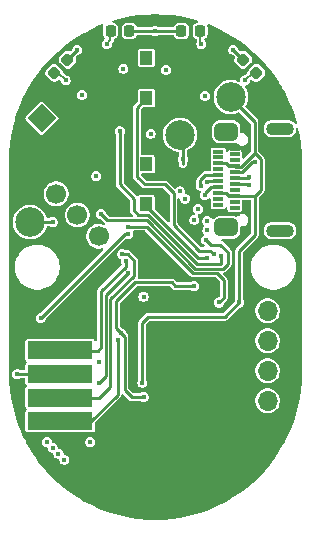
<source format=gbr>
%TF.GenerationSoftware,KiCad,Pcbnew,9.0.5*%
%TF.CreationDate,2025-11-12T12:14:19+01:00*%
%TF.ProjectId,Control board,436f6e74-726f-46c2-9062-6f6172642e6b,rev?*%
%TF.SameCoordinates,Original*%
%TF.FileFunction,Copper,L1,Top*%
%TF.FilePolarity,Positive*%
%FSLAX46Y46*%
G04 Gerber Fmt 4.6, Leading zero omitted, Abs format (unit mm)*
G04 Created by KiCad (PCBNEW 9.0.5) date 2025-11-12 12:14:19*
%MOMM*%
%LPD*%
G01*
G04 APERTURE LIST*
G04 Aperture macros list*
%AMRoundRect*
0 Rectangle with rounded corners*
0 $1 Rounding radius*
0 $2 $3 $4 $5 $6 $7 $8 $9 X,Y pos of 4 corners*
0 Add a 4 corners polygon primitive as box body*
4,1,4,$2,$3,$4,$5,$6,$7,$8,$9,$2,$3,0*
0 Add four circle primitives for the rounded corners*
1,1,$1+$1,$2,$3*
1,1,$1+$1,$4,$5*
1,1,$1+$1,$6,$7*
1,1,$1+$1,$8,$9*
0 Add four rect primitives between the rounded corners*
20,1,$1+$1,$2,$3,$4,$5,0*
20,1,$1+$1,$4,$5,$6,$7,0*
20,1,$1+$1,$6,$7,$8,$9,0*
20,1,$1+$1,$8,$9,$2,$3,0*%
%AMHorizOval*
0 Thick line with rounded ends*
0 $1 width*
0 $2 $3 position (X,Y) of the first rounded end (center of the circle)*
0 $4 $5 position (X,Y) of the second rounded end (center of the circle)*
0 Add line between two ends*
20,1,$1,$2,$3,$4,$5,0*
0 Add two circle primitives to create the rounded ends*
1,1,$1,$2,$3*
1,1,$1,$4,$5*%
%AMRotRect*
0 Rectangle, with rotation*
0 The origin of the aperture is its center*
0 $1 length*
0 $2 width*
0 $3 Rotation angle, in degrees counterclockwise*
0 Add horizontal line*
21,1,$1,$2,0,0,$3*%
G04 Aperture macros list end*
%TA.AperFunction,SMDPad,CuDef*%
%ADD10R,5.500000X1.500000*%
%TD*%
%TA.AperFunction,SMDPad,CuDef*%
%ADD11C,2.500000*%
%TD*%
%TA.AperFunction,SMDPad,CuDef*%
%ADD12RoundRect,0.218750X0.218750X0.256250X-0.218750X0.256250X-0.218750X-0.256250X0.218750X-0.256250X0*%
%TD*%
%TA.AperFunction,SMDPad,CuDef*%
%ADD13RoundRect,0.218750X-0.218750X-0.256250X0.218750X-0.256250X0.218750X0.256250X-0.218750X0.256250X0*%
%TD*%
%TA.AperFunction,SMDPad,CuDef*%
%ADD14R,1.050000X1.150000*%
%TD*%
%TA.AperFunction,SMDPad,CuDef*%
%ADD15R,0.850000X0.300000*%
%TD*%
%TA.AperFunction,ComponentPad*%
%ADD16RoundRect,0.400000X0.750000X-0.100000X0.750000X0.100000X-0.750000X0.100000X-0.750000X-0.100000X0*%
%TD*%
%TA.AperFunction,ComponentPad*%
%ADD17RoundRect,0.450000X0.550000X-0.320000X0.550000X0.320000X-0.550000X0.320000X-0.550000X-0.320000X0*%
%TD*%
%TA.AperFunction,SMDPad,CuDef*%
%ADD18RoundRect,0.218750X0.335876X0.026517X0.026517X0.335876X-0.335876X-0.026517X-0.026517X-0.335876X0*%
%TD*%
%TA.AperFunction,SMDPad,CuDef*%
%ADD19RoundRect,0.218750X0.026517X-0.335876X0.335876X-0.026517X-0.026517X0.335876X-0.335876X0.026517X0*%
%TD*%
%TA.AperFunction,ComponentPad*%
%ADD20RotRect,1.700000X1.700000X225.000000*%
%TD*%
%TA.AperFunction,ComponentPad*%
%ADD21HorizOval,1.700000X0.000000X0.000000X0.000000X0.000000X0*%
%TD*%
%TA.AperFunction,ComponentPad*%
%ADD22R,1.700000X1.700000*%
%TD*%
%TA.AperFunction,ComponentPad*%
%ADD23O,1.700000X1.700000*%
%TD*%
%TA.AperFunction,ViaPad*%
%ADD24C,0.450000*%
%TD*%
%TA.AperFunction,ViaPad*%
%ADD25C,0.800000*%
%TD*%
%TA.AperFunction,Conductor*%
%ADD26C,0.250000*%
%TD*%
%TA.AperFunction,Conductor*%
%ADD27C,0.200000*%
%TD*%
G04 APERTURE END LIST*
D10*
%TO.P,U6,1,Xout*%
%TO.N,AX*%
X41950000Y-57050000D03*
%TO.P,U6,2,VDD*%
%TO.N,+3.3V*%
X41950000Y-59050000D03*
%TO.P,U6,3,Yout*%
%TO.N,AY*%
X41950000Y-61050000D03*
%TO.P,U6,4,GND*%
%TO.N,Net-(Q1-D)*%
X41950000Y-63050000D03*
%TD*%
D11*
%TO.P,TP3,1,1*%
%TO.N,VBUS*%
X56400000Y-35600000D03*
%TD*%
D12*
%TO.P,D4,1,K*%
%TO.N,Net-(D4-K)*%
X53787501Y-30000000D03*
%TO.P,D4,2,A*%
%TO.N,+3.3V*%
X52212499Y-30000000D03*
%TD*%
D13*
%TO.P,D3,1,K*%
%TO.N,Net-(D3-K)*%
X46212499Y-30000000D03*
%TO.P,D3,2,A*%
%TO.N,+3.3V*%
X47787501Y-30000000D03*
%TD*%
D14*
%TO.P,SW1,1,1*%
%TO.N,GND*%
X50750001Y-35700000D03*
X50750001Y-32300000D03*
%TO.P,SW1,2,2*%
%TO.N,BTN1*%
X49249999Y-35700000D03*
X49249999Y-32300000D03*
%TD*%
%TO.P,SW2,1,1*%
%TO.N,GND*%
X50750001Y-44700000D03*
X50750001Y-41300000D03*
%TO.P,SW2,2,2*%
%TO.N,BTN2*%
X49249999Y-44700000D03*
X49249999Y-41300000D03*
%TD*%
D11*
%TO.P,TP4,1,1*%
%TO.N,GND*%
X45800000Y-34700000D03*
%TD*%
D15*
%TO.P,J1,A1,GND*%
%TO.N,GND*%
X55325000Y-45220000D03*
%TO.P,J1,A2*%
%TO.N,N/C*%
X55325000Y-44719999D03*
%TO.P,J1,A3*%
X55325000Y-44220000D03*
%TO.P,J1,A4,VBUS*%
%TO.N,VBUS*%
X55324999Y-43720000D03*
%TO.P,J1,A5,CC1*%
%TO.N,Net-(J1-CC1)*%
X55325000Y-43220000D03*
%TO.P,J1,A6,D+*%
%TO.N,USB_D+*%
X55325000Y-42720000D03*
%TO.P,J1,A7,D-*%
%TO.N,USB_D-*%
X55324999Y-42220000D03*
%TO.P,J1,A8,SBU1*%
%TO.N,unconnected-(J1-SBU1-PadA8)*%
X55325000Y-41720000D03*
%TO.P,J1,A9,VBUS*%
%TO.N,VBUS*%
X55325000Y-41220001D03*
%TO.P,J1,A10*%
%TO.N,N/C*%
X55325000Y-40720000D03*
%TO.P,J1,A11*%
X55325000Y-40220000D03*
%TO.P,J1,A12,GND*%
%TO.N,GND*%
X55324999Y-39720000D03*
%TO.P,J1,B1,GND*%
X56725000Y-39970000D03*
%TO.P,J1,B2*%
%TO.N,N/C*%
X56725000Y-40470000D03*
%TO.P,J1,B3*%
X56724999Y-40970000D03*
%TO.P,J1,B4,VBUS*%
%TO.N,VBUS*%
X56725000Y-41470000D03*
%TO.P,J1,B5,CC2*%
%TO.N,Net-(J1-CC2)*%
X56725000Y-41970000D03*
%TO.P,J1,B6,D+*%
%TO.N,USB_D+*%
X56724999Y-42470000D03*
%TO.P,J1,B7,D-*%
%TO.N,USB_D-*%
X56725000Y-42970000D03*
%TO.P,J1,B8,SBU2*%
%TO.N,unconnected-(J1-SBU2-PadB8)*%
X56724999Y-43470000D03*
%TO.P,J1,B9,VBUS*%
%TO.N,VBUS*%
X56725000Y-43970000D03*
%TO.P,J1,B10*%
%TO.N,N/C*%
X56725000Y-44470000D03*
%TO.P,J1,B11*%
X56724999Y-44970000D03*
%TO.P,J1,B12,GND*%
%TO.N,GND*%
X56725000Y-45470000D03*
D16*
%TO.P,J1,S1,SHIELD*%
%TO.N,Net-(J1-SHIELD)*%
X60550000Y-46920000D03*
D17*
X55999999Y-46650000D03*
X55999999Y-38550000D03*
D16*
X60550000Y-38280000D03*
%TD*%
D11*
%TO.P,TP2,1,1*%
%TO.N,+3.3V*%
X52100000Y-38800000D03*
%TD*%
D18*
%TO.P,D5,1,K*%
%TO.N,Net-(D5-K)*%
X58556847Y-33556847D03*
%TO.P,D5,2,A*%
%TO.N,+3.3V*%
X57443153Y-32443153D03*
%TD*%
D19*
%TO.P,D2,1,K*%
%TO.N,Net-(D2-K)*%
X41443153Y-33556847D03*
%TO.P,D2,2,A*%
%TO.N,+3.3V*%
X42556847Y-32443153D03*
%TD*%
D11*
%TO.P,TP1,1,1*%
%TO.N,+10V*%
X39400000Y-46200000D03*
%TD*%
D20*
%TO.P,J3,1,Pin_1*%
%TO.N,GND*%
X39812994Y-42000000D03*
D21*
%TO.P,J3,2,Pin_2*%
%TO.N,+10V*%
X41609045Y-43796051D03*
%TO.P,J3,3,Pin_3*%
%TO.N,Tx*%
X43405096Y-45592102D03*
%TO.P,J3,4,Pin_4*%
%TO.N,Rx*%
X45201148Y-47388154D03*
%TD*%
D20*
%TO.P,BT1,1,+*%
%TO.N,+BATT*%
X40400000Y-37400000D03*
D21*
%TO.P,BT1,2,-*%
%TO.N,GND*%
X42196051Y-39196051D03*
%TD*%
D22*
%TO.P,J2,1,Pin_1*%
%TO.N,GND*%
X59500000Y-63854999D03*
D23*
%TO.P,J2,2,Pin_2*%
%TO.N,+3.3V*%
X59500000Y-61314999D03*
%TO.P,J2,3,Pin_3*%
%TO.N,~{RESET}*%
X59500000Y-58775000D03*
%TO.P,J2,4,Pin_4*%
%TO.N,SWCLK*%
X59500000Y-56234999D03*
%TO.P,J2,5,Pin_5*%
%TO.N,SWDIO*%
X59500000Y-53694999D03*
%TD*%
D24*
%TO.N,LED1*%
X52100000Y-43600000D03*
X43800000Y-35400000D03*
%TO.N,BTN1*%
X54925676Y-48861926D03*
%TO.N,+3.3V*%
X41800000Y-65800000D03*
X49600000Y-38700000D03*
X40825000Y-64825000D03*
X44500000Y-64800000D03*
X42300000Y-66300000D03*
X43400000Y-31600000D03*
X45000000Y-42300000D03*
X49000000Y-52500000D03*
X38300000Y-59073294D03*
X50000000Y-30000000D03*
X41300000Y-65300000D03*
X52333822Y-40875000D03*
X56600000Y-31600000D03*
D25*
%TO.N,GND*%
X43500000Y-67500000D03*
X50000000Y-37000000D03*
X61500000Y-41100000D03*
D24*
X47250000Y-44350000D03*
D25*
X51000000Y-70000000D03*
X52400000Y-62400000D03*
X51500000Y-57600000D03*
D24*
X46300000Y-49700000D03*
X44500000Y-51100000D03*
D25*
X40500000Y-34500000D03*
X45000000Y-32000000D03*
D24*
X57300000Y-54900000D03*
X51200000Y-52000000D03*
D25*
X43500000Y-65500000D03*
X45000000Y-39500000D03*
D24*
X51778439Y-43064065D03*
D25*
X56400000Y-62400000D03*
X54400000Y-62400000D03*
D24*
X50400000Y-53000000D03*
D25*
X39000000Y-55000000D03*
D24*
X52300000Y-42600000D03*
D25*
X50000000Y-70000000D03*
X55000000Y-51500000D03*
D24*
X46050000Y-41650000D03*
D25*
X59500000Y-36500000D03*
X54200000Y-57600000D03*
X43500000Y-66500000D03*
X55400000Y-62400000D03*
X49000000Y-70000000D03*
X55000000Y-32000000D03*
D24*
X50200000Y-55300000D03*
D25*
X53400000Y-62400000D03*
X39000000Y-53000000D03*
D24*
%TO.N,+BATT*%
X45200000Y-58000000D03*
%TO.N,BTN2*%
X54400000Y-49200000D03*
%TO.N,Net-(D2-K)*%
X42400000Y-34200000D03*
%TO.N,LED2*%
X52500000Y-44200000D03*
X47300000Y-33200000D03*
%TO.N,Net-(D3-K)*%
X45900000Y-31100000D03*
%TO.N,+10V*%
X41300000Y-46200000D03*
%TO.N,Net-(D4-K)*%
X53900000Y-31100000D03*
%TO.N,Net-(D5-K)*%
X57600000Y-34200000D03*
%TO.N,VBUS*%
X48900000Y-59800000D03*
X57100000Y-53000000D03*
%TO.N,LED3*%
X50900000Y-33300000D03*
X53600000Y-45100000D03*
%TO.N,LED4*%
X54200000Y-35500000D03*
X53300000Y-46000000D03*
%TO.N,USB_D+*%
X54381602Y-42802288D03*
X57900000Y-42375000D03*
%TO.N,USB_D-*%
X57900000Y-43025003D03*
X53835855Y-43106901D03*
%TO.N,Rx*%
X54402750Y-46900000D03*
%TO.N,Tx*%
X54400000Y-46100000D03*
%TO.N,Net-(J1-CC2)*%
X58400000Y-41100000D03*
%TO.N,Net-(J1-CC1)*%
X54200000Y-43900000D03*
%TO.N,PWREN*%
X49000000Y-61000000D03*
X53300000Y-51600000D03*
X47100000Y-55600000D03*
%TO.N,VBUS_S*%
X55400000Y-53000000D03*
X47700000Y-46574997D03*
%TO.N,Net-(U3-PA06)*%
X40300000Y-54300000D03*
X47700000Y-47200000D03*
%TO.N,AY*%
X47200000Y-48900000D03*
%TO.N,AX*%
X47500000Y-49500000D03*
%TO.N,CE*%
X45200000Y-59800000D03*
X47700000Y-50500000D03*
%TO.N,IO2*%
X47000000Y-38500000D03*
X55600000Y-49100000D03*
%TO.N,IO1*%
X54300000Y-47700000D03*
X45400000Y-45500000D03*
%TO.N,Net-(Q1-D)*%
X46800000Y-56200000D03*
%TD*%
D26*
%TO.N,BTN1*%
X48448999Y-42348999D02*
X48448999Y-36501000D01*
X54663750Y-48600000D02*
X53700000Y-48600000D01*
X53700000Y-48600000D02*
X51551001Y-46451001D01*
X51551001Y-43751001D02*
X50800000Y-43000000D01*
X48448999Y-36501000D02*
X49249999Y-35700000D01*
X54925676Y-48861926D02*
X54663750Y-48600000D01*
X50800000Y-43000000D02*
X49100000Y-43000000D01*
X49100000Y-43000000D02*
X48448999Y-42348999D01*
X51551001Y-46451001D02*
X51551001Y-43751001D01*
%TO.N,+3.3V*%
X57443153Y-32443153D02*
X56600000Y-31600000D01*
X47787501Y-30000000D02*
X50000000Y-30000000D01*
X52333822Y-39033822D02*
X52100000Y-38800000D01*
X41762500Y-59075000D02*
X41760794Y-59073294D01*
X52333822Y-41300000D02*
X52333822Y-39033822D01*
X42556847Y-32443153D02*
X43400000Y-31600000D01*
X41760794Y-59073294D02*
X38300000Y-59073294D01*
X50000000Y-30000000D02*
X52212499Y-30000000D01*
%TO.N,BTN2*%
X54400000Y-49200000D02*
X53598001Y-49200000D01*
X53598001Y-49200000D02*
X49249999Y-44851998D01*
X49249999Y-44851998D02*
X49249999Y-44700000D01*
D27*
%TO.N,Net-(D2-K)*%
X42400000Y-34200000D02*
X41756847Y-33556847D01*
X41756847Y-33556847D02*
X41443153Y-33556847D01*
%TO.N,Net-(D3-K)*%
X46200000Y-30800000D02*
X46200000Y-30012499D01*
X45900000Y-31100000D02*
X46200000Y-30800000D01*
X46200000Y-30012499D02*
X46212499Y-30000000D01*
D26*
%TO.N,+10V*%
X41300000Y-46200000D02*
X39400000Y-46200000D01*
D27*
%TO.N,Net-(D4-K)*%
X53800000Y-30012499D02*
X53787501Y-30000000D01*
X53800000Y-31000000D02*
X53800000Y-30012499D01*
X53900000Y-31100000D02*
X53800000Y-31000000D01*
%TO.N,Net-(D5-K)*%
X57600000Y-34200000D02*
X58243153Y-33556847D01*
X58243153Y-33556847D02*
X58556847Y-33556847D01*
D26*
%TO.N,VBUS*%
X56000000Y-41220001D02*
X56249999Y-41470000D01*
X56755000Y-41500000D02*
X57257900Y-41500000D01*
X58430000Y-47270000D02*
X58430000Y-43970000D01*
X55325000Y-41220001D02*
X56000000Y-41220001D01*
X58430000Y-43970000D02*
X56725000Y-43970000D01*
X57100000Y-53000000D02*
X57100000Y-48600000D01*
X56725000Y-41470000D02*
X56755000Y-41500000D01*
X58926000Y-43474000D02*
X58430000Y-43970000D01*
X57257900Y-41500000D02*
X58400000Y-40357900D01*
X48900000Y-54700000D02*
X48900000Y-59800000D01*
X57100000Y-53000000D02*
X55900000Y-54200000D01*
X55324999Y-43720000D02*
X55999999Y-43720000D01*
X58400000Y-37700000D02*
X58400000Y-39700000D01*
X56400000Y-35700000D02*
X58400000Y-37700000D01*
X58400000Y-40357900D02*
X58400000Y-39700000D01*
X56400000Y-35600000D02*
X56400000Y-36100000D01*
X49400000Y-54200000D02*
X48900000Y-54700000D01*
X58400000Y-40357900D02*
X58926000Y-40883900D01*
X55999999Y-43720000D02*
X56249999Y-43970000D01*
X57100000Y-48600000D02*
X58430000Y-47270000D01*
X58926000Y-40883900D02*
X58926000Y-43474000D01*
X55900000Y-54200000D02*
X49400000Y-54200000D01*
X56249999Y-41470000D02*
X56725000Y-41470000D01*
X56249999Y-43970000D02*
X56725000Y-43970000D01*
%TO.N,USB_D+*%
X56724999Y-42470000D02*
X57805000Y-42470000D01*
X57805000Y-42470000D02*
X57900000Y-42375000D01*
X54463890Y-42720000D02*
X54381602Y-42802288D01*
X55325000Y-42720000D02*
X54463890Y-42720000D01*
%TO.N,USB_D-*%
X54220013Y-42220000D02*
X55324999Y-42220000D01*
X57844997Y-42970000D02*
X57900000Y-43025003D01*
X53835855Y-43106901D02*
X53810822Y-43081868D01*
X53810822Y-43081868D02*
X53810822Y-43011210D01*
X53800000Y-43000388D02*
X53800000Y-42640013D01*
X53800000Y-42640013D02*
X54220013Y-42220000D01*
X56725000Y-42970000D02*
X57844997Y-42970000D01*
X53810822Y-43011210D02*
X53800000Y-43000388D01*
%TO.N,Net-(J1-CC2)*%
X58225000Y-41100000D02*
X57355000Y-41970000D01*
X58400000Y-41100000D02*
X58225000Y-41100000D01*
X57355000Y-41970000D02*
X56725000Y-41970000D01*
%TO.N,Net-(J1-CC1)*%
X54200000Y-43900000D02*
X54200000Y-43727767D01*
X54707767Y-43220000D02*
X55325000Y-43220000D01*
X54200000Y-43727767D02*
X54707767Y-43220000D01*
%TO.N,PWREN*%
X46700000Y-52900000D02*
X46700000Y-55200000D01*
X51700000Y-51600000D02*
X51400000Y-51300000D01*
X51400000Y-51300000D02*
X48300000Y-51300000D01*
X53300000Y-51600000D02*
X51700000Y-51600000D01*
X47400000Y-55900000D02*
X47400000Y-60400000D01*
X48000000Y-61000000D02*
X49000000Y-61000000D01*
X47100000Y-55600000D02*
X47400000Y-55900000D01*
X48300000Y-51300000D02*
X46700000Y-52900000D01*
X47400000Y-60400000D02*
X48000000Y-61000000D01*
X46700000Y-55200000D02*
X47100000Y-55600000D01*
%TO.N,VBUS_S*%
X53224701Y-50528000D02*
X49271698Y-46574997D01*
X49271698Y-46574997D02*
X47700000Y-46574997D01*
X55228000Y-50528000D02*
X53224701Y-50528000D01*
X55400000Y-53000000D02*
X55800000Y-52600000D01*
X55800000Y-52600000D02*
X55800000Y-51100000D01*
X55800000Y-51100000D02*
X55228000Y-50528000D01*
%TO.N,Net-(U3-PA06)*%
X47400000Y-47200000D02*
X40300000Y-54300000D01*
X47700000Y-47200000D02*
X47400000Y-47200000D01*
%TO.N,AY*%
X46201000Y-60142877D02*
X45268876Y-61075001D01*
X48226000Y-50717877D02*
X46201000Y-52742877D01*
X47200000Y-48900000D02*
X47643877Y-48900000D01*
X48226000Y-49482123D02*
X48226000Y-50717877D01*
X46201000Y-52742877D02*
X46201000Y-60142877D01*
X47643877Y-48900000D02*
X48226000Y-49482123D01*
X45268876Y-61075001D02*
X41762500Y-61075001D01*
%TO.N,AX*%
X45125000Y-57075000D02*
X41762499Y-57075000D01*
X45399000Y-52057123D02*
X45399000Y-56801000D01*
X47500000Y-49956123D02*
X45399000Y-52057123D01*
X45399000Y-56801000D02*
X45125000Y-57075000D01*
X47500000Y-49500000D02*
X47500000Y-49956123D01*
%TO.N,CE*%
X45800000Y-59200000D02*
X45800000Y-52400000D01*
X45200000Y-59800000D02*
X45800000Y-59200000D01*
X45800000Y-52400000D02*
X47700000Y-50500000D01*
%TO.N,IO2*%
X53556901Y-49726000D02*
X55532251Y-49726000D01*
X47000000Y-43000000D02*
X48200000Y-44200000D01*
X48551000Y-45551000D02*
X49381901Y-45551000D01*
X48200000Y-45200000D02*
X48551000Y-45551000D01*
X47000000Y-38500000D02*
X47000000Y-43000000D01*
X49381901Y-45551000D02*
X53556901Y-49726000D01*
X55532251Y-49726000D02*
X55600000Y-49658251D01*
X48200000Y-44200000D02*
X48200000Y-45200000D01*
X55600000Y-49658251D02*
X55600000Y-49100000D01*
%TO.N,IO1*%
X49312798Y-46048997D02*
X53390801Y-50127000D01*
X54696000Y-48096000D02*
X54300000Y-47700000D01*
X45400000Y-45500000D02*
X45948997Y-46048997D01*
X56126000Y-48722000D02*
X55500000Y-48096000D01*
X55698351Y-50127000D02*
X56126000Y-49699351D01*
X45948997Y-46048997D02*
X49312798Y-46048997D01*
X56126000Y-49699351D02*
X56126000Y-48722000D01*
X55500000Y-48096000D02*
X54696000Y-48096000D01*
X53390801Y-50127000D02*
X55698351Y-50127000D01*
%TO.N,Net-(Q1-D)*%
X46800000Y-60800000D02*
X44525000Y-63075000D01*
X44525000Y-63075000D02*
X41762500Y-63075000D01*
X46800000Y-56200000D02*
X46800000Y-60800000D01*
%TD*%
%TA.AperFunction,Conductor*%
%TO.N,GND*%
G36*
X50692494Y-28619928D02*
G01*
X50697974Y-28620236D01*
X51385573Y-28678233D01*
X51391024Y-28678848D01*
X52074238Y-28775302D01*
X52079713Y-28776232D01*
X52756428Y-28910839D01*
X52761842Y-28912075D01*
X53429926Y-29084410D01*
X53435262Y-29085947D01*
X53577164Y-29131175D01*
X53626865Y-29166861D01*
X53646098Y-29224944D01*
X53627518Y-29283240D01*
X53578221Y-29319481D01*
X53547100Y-29324500D01*
X53535752Y-29324500D01*
X53437581Y-29340049D01*
X53437577Y-29340050D01*
X53319251Y-29400341D01*
X53225342Y-29494250D01*
X53165051Y-29612576D01*
X53165050Y-29612580D01*
X53149501Y-29710751D01*
X53149501Y-30289248D01*
X53165050Y-30387419D01*
X53165051Y-30387423D01*
X53190447Y-30437264D01*
X53225343Y-30505751D01*
X53319250Y-30599658D01*
X53366335Y-30623649D01*
X53444524Y-30663489D01*
X53442995Y-30666489D01*
X53456235Y-30676109D01*
X53480560Y-30693761D01*
X53480568Y-30693788D01*
X53480593Y-30693806D01*
X53490077Y-30722997D01*
X53499500Y-30751941D01*
X53499500Y-30937645D01*
X53496127Y-30963267D01*
X53474500Y-31043982D01*
X53474500Y-31156018D01*
X53487222Y-31203497D01*
X53503498Y-31264241D01*
X53559513Y-31361260D01*
X53559515Y-31361263D01*
X53638737Y-31440485D01*
X53638739Y-31440486D01*
X53735759Y-31496501D01*
X53735757Y-31496501D01*
X53735761Y-31496502D01*
X53735763Y-31496503D01*
X53843982Y-31525500D01*
X53843984Y-31525500D01*
X53956016Y-31525500D01*
X53956018Y-31525500D01*
X54064237Y-31496503D01*
X54064239Y-31496501D01*
X54064241Y-31496501D01*
X54098748Y-31476577D01*
X54161263Y-31440485D01*
X54240485Y-31361263D01*
X54296503Y-31264237D01*
X54325500Y-31156018D01*
X54325500Y-31043982D01*
X54296503Y-30935763D01*
X54296501Y-30935760D01*
X54296501Y-30935758D01*
X54240486Y-30838739D01*
X54240485Y-30838737D01*
X54183607Y-30781859D01*
X54155832Y-30727345D01*
X54165403Y-30666913D01*
X54208667Y-30623649D01*
X54255752Y-30599658D01*
X54349659Y-30505751D01*
X54409952Y-30387420D01*
X54425501Y-30289246D01*
X54425501Y-29710754D01*
X54409952Y-29612580D01*
X54409949Y-29612575D01*
X54409949Y-29612573D01*
X54402636Y-29598220D01*
X54393064Y-29537788D01*
X54420841Y-29483272D01*
X54475358Y-29455494D01*
X54526150Y-29460784D01*
X54742501Y-29543369D01*
X54747595Y-29545479D01*
X55377435Y-29827314D01*
X55382399Y-29829706D01*
X55995416Y-30146397D01*
X56000251Y-30149069D01*
X56594558Y-30499642D01*
X56599234Y-30502581D01*
X57172930Y-30885912D01*
X57177436Y-30889109D01*
X57532093Y-31156016D01*
X57728734Y-31304004D01*
X57733076Y-31307466D01*
X58260258Y-31752631D01*
X58264373Y-31756309D01*
X58375384Y-31861260D01*
X58765751Y-32230321D01*
X58769677Y-32234247D01*
X58929472Y-32403267D01*
X59243688Y-32735623D01*
X59247369Y-32739742D01*
X59385648Y-32903497D01*
X59692532Y-33266922D01*
X59695994Y-33271264D01*
X60110881Y-33822551D01*
X60114091Y-33827075D01*
X60429617Y-34299294D01*
X60497409Y-34400751D01*
X60500361Y-34405449D01*
X60614714Y-34599305D01*
X60850922Y-34999735D01*
X60853607Y-35004594D01*
X61024690Y-35335758D01*
X61170283Y-35617580D01*
X61172691Y-35622579D01*
X61411739Y-36156799D01*
X61454509Y-36252379D01*
X61456634Y-36257510D01*
X61702691Y-36902113D01*
X61704525Y-36907354D01*
X61914051Y-37564736D01*
X61915588Y-37570072D01*
X61959680Y-37740999D01*
X61955907Y-37802068D01*
X61916959Y-37849256D01*
X61857713Y-37864539D01*
X61800799Y-37842079D01*
X61785276Y-37825994D01*
X61728286Y-37751723D01*
X61728285Y-37751722D01*
X61728282Y-37751718D01*
X61728277Y-37751714D01*
X61728276Y-37751713D01*
X61652562Y-37693616D01*
X61602841Y-37655464D01*
X61602840Y-37655463D01*
X61602838Y-37655462D01*
X61456766Y-37594957D01*
X61456758Y-37594955D01*
X61339361Y-37579500D01*
X59760642Y-37579500D01*
X59760637Y-37579501D01*
X59643241Y-37594955D01*
X59643233Y-37594957D01*
X59497161Y-37655462D01*
X59497160Y-37655462D01*
X59371723Y-37751713D01*
X59371713Y-37751723D01*
X59275462Y-37877160D01*
X59275462Y-37877161D01*
X59214957Y-38023233D01*
X59214955Y-38023241D01*
X59199500Y-38140637D01*
X59199500Y-38419357D01*
X59199501Y-38419362D01*
X59214955Y-38536758D01*
X59214957Y-38536766D01*
X59275462Y-38682838D01*
X59275462Y-38682839D01*
X59371713Y-38808276D01*
X59371718Y-38808282D01*
X59497159Y-38904536D01*
X59497160Y-38904536D01*
X59497161Y-38904537D01*
X59634110Y-38961263D01*
X59643238Y-38965044D01*
X59760639Y-38980500D01*
X61339360Y-38980499D01*
X61456762Y-38965044D01*
X61602841Y-38904536D01*
X61728282Y-38808282D01*
X61824536Y-38682841D01*
X61885044Y-38536762D01*
X61900500Y-38419361D01*
X61900499Y-38300275D01*
X61919406Y-38242086D01*
X61968906Y-38206122D01*
X62030091Y-38206121D01*
X62079591Y-38242085D01*
X62096597Y-38280962D01*
X62223766Y-38920285D01*
X62224696Y-38925760D01*
X62321146Y-39608940D01*
X62321768Y-39614458D01*
X62379760Y-40301992D01*
X62380071Y-40307536D01*
X62399461Y-40998610D01*
X62399500Y-41001387D01*
X62399500Y-58998613D01*
X62399461Y-59001390D01*
X62380071Y-59692464D01*
X62379760Y-59698008D01*
X62321768Y-60385542D01*
X62321146Y-60391060D01*
X62224696Y-61074239D01*
X62223766Y-61079714D01*
X62089159Y-61756429D01*
X62087923Y-61761843D01*
X61915588Y-62429928D01*
X61914051Y-62435264D01*
X61704525Y-63092645D01*
X61702691Y-63097886D01*
X61456634Y-63742489D01*
X61454509Y-63747620D01*
X61172693Y-64377416D01*
X61170283Y-64382419D01*
X60853607Y-64995405D01*
X60850921Y-65000265D01*
X60500364Y-65594547D01*
X60497409Y-65599249D01*
X60114094Y-66172920D01*
X60110881Y-66177449D01*
X59695994Y-66728736D01*
X59692532Y-66733078D01*
X59247379Y-67260246D01*
X59243678Y-67264387D01*
X58769678Y-67765753D01*
X58765752Y-67769679D01*
X58264386Y-68243679D01*
X58260245Y-68247380D01*
X57733077Y-68692533D01*
X57728735Y-68695995D01*
X57177448Y-69110882D01*
X57172919Y-69114095D01*
X56599248Y-69497410D01*
X56594546Y-69500365D01*
X56000264Y-69850922D01*
X55995404Y-69853608D01*
X55382418Y-70170284D01*
X55377415Y-70172694D01*
X54747619Y-70454510D01*
X54742488Y-70456635D01*
X54097885Y-70702692D01*
X54092644Y-70704526D01*
X53435263Y-70914052D01*
X53429927Y-70915589D01*
X52761842Y-71087924D01*
X52756428Y-71089160D01*
X52079713Y-71223767D01*
X52074238Y-71224697D01*
X51391059Y-71321147D01*
X51385541Y-71321769D01*
X50698007Y-71379761D01*
X50692463Y-71380072D01*
X50002777Y-71399423D01*
X49997223Y-71399423D01*
X49307536Y-71380072D01*
X49301992Y-71379761D01*
X48614458Y-71321769D01*
X48608942Y-71321147D01*
X48544378Y-71312032D01*
X47925761Y-71224697D01*
X47920286Y-71223767D01*
X47243571Y-71089160D01*
X47238157Y-71087924D01*
X46570072Y-70915589D01*
X46564736Y-70914052D01*
X45907355Y-70704526D01*
X45902114Y-70702692D01*
X45257511Y-70456635D01*
X45252387Y-70454512D01*
X44622580Y-70172692D01*
X44617581Y-70170284D01*
X44004595Y-69853608D01*
X43999735Y-69850922D01*
X43546134Y-69583350D01*
X43405449Y-69500362D01*
X43400751Y-69497410D01*
X42860584Y-69136482D01*
X42827075Y-69114092D01*
X42822551Y-69110882D01*
X42271264Y-68695995D01*
X42266922Y-68692533D01*
X42119568Y-68568104D01*
X41739743Y-68247370D01*
X41735624Y-68243688D01*
X41533141Y-68052258D01*
X41234247Y-67769679D01*
X41230321Y-67765753D01*
X40965973Y-67486143D01*
X40756310Y-67264374D01*
X40752632Y-67260259D01*
X40307467Y-66733078D01*
X40304005Y-66728736D01*
X40104949Y-66464237D01*
X39889110Y-66177438D01*
X39885905Y-66172920D01*
X39502582Y-65599236D01*
X39499643Y-65594560D01*
X39149077Y-65000264D01*
X39146392Y-64995405D01*
X39083931Y-64874500D01*
X39029419Y-64768982D01*
X40399500Y-64768982D01*
X40399500Y-64881018D01*
X40420533Y-64959513D01*
X40428498Y-64989241D01*
X40470081Y-65061263D01*
X40484515Y-65086263D01*
X40563737Y-65165485D01*
X40563739Y-65165486D01*
X40660759Y-65221501D01*
X40660757Y-65221501D01*
X40660761Y-65221502D01*
X40660763Y-65221503D01*
X40768982Y-65250500D01*
X40775500Y-65250500D01*
X40833691Y-65269407D01*
X40869655Y-65318907D01*
X40874500Y-65349500D01*
X40874500Y-65356018D01*
X40881265Y-65381264D01*
X40903498Y-65464241D01*
X40959513Y-65561260D01*
X40959515Y-65561263D01*
X41038737Y-65640485D01*
X41038739Y-65640486D01*
X41135759Y-65696501D01*
X41135757Y-65696501D01*
X41135761Y-65696502D01*
X41135763Y-65696503D01*
X41243982Y-65725500D01*
X41243984Y-65725500D01*
X41275500Y-65725500D01*
X41333691Y-65744407D01*
X41369655Y-65793907D01*
X41374500Y-65824500D01*
X41374500Y-65856018D01*
X41381265Y-65881264D01*
X41403498Y-65964241D01*
X41459513Y-66061260D01*
X41459515Y-66061263D01*
X41538737Y-66140485D01*
X41538739Y-66140486D01*
X41635759Y-66196501D01*
X41635757Y-66196501D01*
X41635761Y-66196502D01*
X41635763Y-66196503D01*
X41743982Y-66225500D01*
X41743984Y-66225500D01*
X41775500Y-66225500D01*
X41833691Y-66244407D01*
X41869655Y-66293907D01*
X41874500Y-66324500D01*
X41874500Y-66356018D01*
X41900072Y-66451455D01*
X41903498Y-66464241D01*
X41959513Y-66561260D01*
X41959515Y-66561263D01*
X42038737Y-66640485D01*
X42038739Y-66640486D01*
X42135759Y-66696501D01*
X42135757Y-66696501D01*
X42135761Y-66696502D01*
X42135763Y-66696503D01*
X42243982Y-66725500D01*
X42243984Y-66725500D01*
X42356016Y-66725500D01*
X42356018Y-66725500D01*
X42464237Y-66696503D01*
X42464239Y-66696501D01*
X42464241Y-66696501D01*
X42493064Y-66679859D01*
X42561263Y-66640485D01*
X42640485Y-66561263D01*
X42696503Y-66464237D01*
X42725500Y-66356018D01*
X42725500Y-66243982D01*
X42696503Y-66135763D01*
X42696501Y-66135760D01*
X42696501Y-66135758D01*
X42640486Y-66038739D01*
X42640485Y-66038737D01*
X42561263Y-65959515D01*
X42561260Y-65959513D01*
X42464240Y-65903498D01*
X42464242Y-65903498D01*
X42422251Y-65892247D01*
X42356018Y-65874500D01*
X42324500Y-65874500D01*
X42266309Y-65855593D01*
X42230345Y-65806093D01*
X42225500Y-65775500D01*
X42225500Y-65743983D01*
X42225500Y-65743982D01*
X42196503Y-65635763D01*
X42196501Y-65635760D01*
X42196501Y-65635758D01*
X42140486Y-65538739D01*
X42140485Y-65538737D01*
X42061263Y-65459515D01*
X42061260Y-65459513D01*
X41964240Y-65403498D01*
X41964242Y-65403498D01*
X41922251Y-65392247D01*
X41856018Y-65374500D01*
X41824500Y-65374500D01*
X41766309Y-65355593D01*
X41730345Y-65306093D01*
X41725500Y-65275500D01*
X41725500Y-65243983D01*
X41725500Y-65243982D01*
X41696503Y-65135763D01*
X41696501Y-65135760D01*
X41696501Y-65135758D01*
X41640486Y-65038739D01*
X41640485Y-65038737D01*
X41561263Y-64959515D01*
X41561260Y-64959513D01*
X41464240Y-64903498D01*
X41464242Y-64903498D01*
X41422251Y-64892247D01*
X41356018Y-64874500D01*
X41356016Y-64874500D01*
X41349500Y-64874500D01*
X41340595Y-64871606D01*
X41331311Y-64872815D01*
X41312108Y-64862351D01*
X41291309Y-64855593D01*
X41285804Y-64848017D01*
X41277585Y-64843538D01*
X41271566Y-64828420D01*
X41255345Y-64806093D01*
X41251327Y-64788273D01*
X41250500Y-64781917D01*
X41250500Y-64768982D01*
X41243801Y-64743982D01*
X44074500Y-64743982D01*
X44074500Y-64856018D01*
X44081199Y-64881018D01*
X44103498Y-64964241D01*
X44159513Y-65061260D01*
X44159515Y-65061263D01*
X44238737Y-65140485D01*
X44238739Y-65140486D01*
X44335759Y-65196501D01*
X44335757Y-65196501D01*
X44335761Y-65196502D01*
X44335763Y-65196503D01*
X44443982Y-65225500D01*
X44443984Y-65225500D01*
X44556016Y-65225500D01*
X44556018Y-65225500D01*
X44664237Y-65196503D01*
X44664239Y-65196501D01*
X44664241Y-65196501D01*
X44717960Y-65165486D01*
X44761263Y-65140485D01*
X44840485Y-65061263D01*
X44896503Y-64964237D01*
X44925500Y-64856018D01*
X44925500Y-64743982D01*
X44896503Y-64635763D01*
X44896501Y-64635760D01*
X44896501Y-64635758D01*
X44840486Y-64538739D01*
X44840485Y-64538737D01*
X44761263Y-64459515D01*
X44761260Y-64459513D01*
X44664240Y-64403498D01*
X44664242Y-64403498D01*
X44622251Y-64392247D01*
X44556018Y-64374500D01*
X44443982Y-64374500D01*
X44377748Y-64392247D01*
X44335758Y-64403498D01*
X44238739Y-64459513D01*
X44159513Y-64538739D01*
X44103498Y-64635758D01*
X44096798Y-64660763D01*
X44074500Y-64743982D01*
X41243801Y-64743982D01*
X41221503Y-64660763D01*
X41221501Y-64660760D01*
X41221501Y-64660758D01*
X41165486Y-64563739D01*
X41165485Y-64563737D01*
X41086263Y-64484515D01*
X41086260Y-64484513D01*
X40989240Y-64428498D01*
X40989242Y-64428498D01*
X40947251Y-64417247D01*
X40881018Y-64399500D01*
X40768982Y-64399500D01*
X40702748Y-64417247D01*
X40660758Y-64428498D01*
X40563739Y-64484513D01*
X40484513Y-64563739D01*
X40428498Y-64660758D01*
X40428497Y-64660763D01*
X40399500Y-64768982D01*
X39029419Y-64768982D01*
X38829707Y-64382400D01*
X38827315Y-64377436D01*
X38545480Y-63747596D01*
X38543365Y-63742489D01*
X38297308Y-63097886D01*
X38295474Y-63092645D01*
X38085948Y-62435264D01*
X38084411Y-62429928D01*
X37912076Y-61761843D01*
X37910840Y-61756429D01*
X37776233Y-61079714D01*
X37775303Y-61074239D01*
X37772730Y-61056016D01*
X37678849Y-60391026D01*
X37678234Y-60385575D01*
X37620237Y-59697976D01*
X37619929Y-59692494D01*
X37602811Y-59082356D01*
X37600985Y-59017276D01*
X37874500Y-59017276D01*
X37874500Y-59129312D01*
X37900072Y-59224749D01*
X37903498Y-59237535D01*
X37946122Y-59311360D01*
X37959515Y-59334557D01*
X38038737Y-59413779D01*
X38038739Y-59413780D01*
X38135759Y-59469795D01*
X38135757Y-59469795D01*
X38135761Y-59469796D01*
X38135763Y-59469797D01*
X38243982Y-59498794D01*
X38243984Y-59498794D01*
X38356016Y-59498794D01*
X38356018Y-59498794D01*
X38464237Y-59469797D01*
X38464239Y-59469795D01*
X38464241Y-59469795D01*
X38564244Y-59412058D01*
X38613744Y-59398794D01*
X38900500Y-59398794D01*
X38958691Y-59417701D01*
X38994655Y-59467201D01*
X38999500Y-59497794D01*
X38999500Y-59819746D01*
X38999501Y-59819758D01*
X39011132Y-59878227D01*
X39011133Y-59878231D01*
X39055448Y-59944552D01*
X39055451Y-59944554D01*
X39090068Y-59967685D01*
X39127947Y-60015736D01*
X39130349Y-60076874D01*
X39096355Y-60127747D01*
X39090068Y-60132315D01*
X39055451Y-60155445D01*
X39055445Y-60155451D01*
X39011134Y-60221766D01*
X39011132Y-60221772D01*
X38999501Y-60280241D01*
X38999500Y-60280253D01*
X38999500Y-61819746D01*
X38999501Y-61819758D01*
X39011132Y-61878227D01*
X39011133Y-61878231D01*
X39055448Y-61944552D01*
X39055451Y-61944554D01*
X39090068Y-61967685D01*
X39127947Y-62015736D01*
X39130349Y-62076874D01*
X39096355Y-62127747D01*
X39090068Y-62132315D01*
X39055451Y-62155445D01*
X39055445Y-62155451D01*
X39011134Y-62221766D01*
X39011132Y-62221772D01*
X38999501Y-62280241D01*
X38999500Y-62280253D01*
X38999500Y-63819746D01*
X38999501Y-63819758D01*
X39011132Y-63878227D01*
X39011133Y-63878231D01*
X39055448Y-63944552D01*
X39121769Y-63988867D01*
X39166231Y-63997711D01*
X39180241Y-64000498D01*
X39180246Y-64000498D01*
X39180252Y-64000500D01*
X39180253Y-64000500D01*
X44719747Y-64000500D01*
X44719748Y-64000500D01*
X44778231Y-63988867D01*
X44844552Y-63944552D01*
X44888867Y-63878231D01*
X44900500Y-63819748D01*
X44900500Y-63200834D01*
X44919407Y-63142643D01*
X44929490Y-63130836D01*
X47060465Y-60999862D01*
X47103318Y-60925639D01*
X47125500Y-60842853D01*
X47125500Y-60824834D01*
X47144407Y-60766643D01*
X47193907Y-60730679D01*
X47255093Y-60730679D01*
X47294501Y-60754828D01*
X47800138Y-61260465D01*
X47800140Y-61260466D01*
X47800142Y-61260468D01*
X47874357Y-61303316D01*
X47874355Y-61303316D01*
X47874359Y-61303317D01*
X47874361Y-61303318D01*
X47957147Y-61325500D01*
X48042853Y-61325500D01*
X48686256Y-61325500D01*
X48735756Y-61338764D01*
X48835759Y-61396501D01*
X48835757Y-61396501D01*
X48835761Y-61396502D01*
X48835763Y-61396503D01*
X48943982Y-61425500D01*
X48943984Y-61425500D01*
X49056016Y-61425500D01*
X49056018Y-61425500D01*
X49164237Y-61396503D01*
X49164239Y-61396501D01*
X49164241Y-61396501D01*
X49195736Y-61378317D01*
X49261263Y-61340485D01*
X49340485Y-61261263D01*
X49369198Y-61211531D01*
X58449500Y-61211531D01*
X58449500Y-61418466D01*
X58489869Y-61621417D01*
X58569058Y-61812596D01*
X58684020Y-61984650D01*
X58684023Y-61984654D01*
X58830345Y-62130976D01*
X59002402Y-62245940D01*
X59193580Y-62325129D01*
X59396535Y-62365499D01*
X59396536Y-62365499D01*
X59603464Y-62365499D01*
X59603465Y-62365499D01*
X59806420Y-62325129D01*
X59997598Y-62245940D01*
X60169655Y-62130976D01*
X60315977Y-61984654D01*
X60430941Y-61812597D01*
X60510130Y-61621419D01*
X60550500Y-61418464D01*
X60550500Y-61211534D01*
X60510130Y-61008579D01*
X60430941Y-60817401D01*
X60315977Y-60645344D01*
X60169655Y-60499022D01*
X60169184Y-60498707D01*
X59997597Y-60384057D01*
X59806418Y-60304868D01*
X59603467Y-60264499D01*
X59603465Y-60264499D01*
X59396535Y-60264499D01*
X59396532Y-60264499D01*
X59193581Y-60304868D01*
X59002402Y-60384057D01*
X58830348Y-60499019D01*
X58684020Y-60645347D01*
X58569058Y-60817401D01*
X58489869Y-61008580D01*
X58449500Y-61211531D01*
X49369198Y-61211531D01*
X49396503Y-61164237D01*
X49425500Y-61056018D01*
X49425500Y-60943982D01*
X49396503Y-60835763D01*
X49396501Y-60835760D01*
X49396501Y-60835758D01*
X49340486Y-60738739D01*
X49340485Y-60738737D01*
X49261263Y-60659515D01*
X49254470Y-60655593D01*
X49164240Y-60603498D01*
X49164242Y-60603498D01*
X49122251Y-60592247D01*
X49056018Y-60574500D01*
X48943982Y-60574500D01*
X48877748Y-60592247D01*
X48835758Y-60603498D01*
X48735756Y-60661236D01*
X48686256Y-60674500D01*
X48175835Y-60674500D01*
X48117644Y-60655593D01*
X48105831Y-60645504D01*
X47754496Y-60294169D01*
X47726719Y-60239652D01*
X47725500Y-60224165D01*
X47725500Y-55857148D01*
X47725500Y-55857147D01*
X47710151Y-55799862D01*
X47710151Y-55799861D01*
X47710151Y-55799860D01*
X47703317Y-55774359D01*
X47703316Y-55774357D01*
X47660468Y-55700142D01*
X47660466Y-55700140D01*
X47660465Y-55700138D01*
X47552010Y-55591683D01*
X47526389Y-55547304D01*
X47525500Y-55543986D01*
X47525500Y-55543982D01*
X47496503Y-55435763D01*
X47440485Y-55338737D01*
X47361263Y-55259515D01*
X47361260Y-55259513D01*
X47264240Y-55203498D01*
X47264242Y-55203498D01*
X47193335Y-55184499D01*
X47156018Y-55174500D01*
X47156017Y-55174500D01*
X47152695Y-55173610D01*
X47108314Y-55147987D01*
X47054496Y-55094169D01*
X47026719Y-55039652D01*
X47025500Y-55024165D01*
X47025500Y-53075834D01*
X47044407Y-53017643D01*
X47054496Y-53005830D01*
X47616344Y-52443982D01*
X48574500Y-52443982D01*
X48574500Y-52556018D01*
X48587222Y-52603497D01*
X48603498Y-52664241D01*
X48650653Y-52745914D01*
X48659515Y-52761263D01*
X48738737Y-52840485D01*
X48738739Y-52840486D01*
X48835759Y-52896501D01*
X48835757Y-52896501D01*
X48835761Y-52896502D01*
X48835763Y-52896503D01*
X48943982Y-52925500D01*
X48943984Y-52925500D01*
X49056016Y-52925500D01*
X49056018Y-52925500D01*
X49164237Y-52896503D01*
X49164239Y-52896501D01*
X49164241Y-52896501D01*
X49194520Y-52879019D01*
X49261263Y-52840485D01*
X49340485Y-52761263D01*
X49396503Y-52664237D01*
X49425500Y-52556018D01*
X49425500Y-52443982D01*
X49396503Y-52335763D01*
X49396501Y-52335760D01*
X49396501Y-52335758D01*
X49340486Y-52238739D01*
X49340485Y-52238737D01*
X49261263Y-52159515D01*
X49261260Y-52159513D01*
X49164240Y-52103498D01*
X49164242Y-52103498D01*
X49122251Y-52092247D01*
X49056018Y-52074500D01*
X48943982Y-52074500D01*
X48877748Y-52092247D01*
X48835758Y-52103498D01*
X48738739Y-52159513D01*
X48659513Y-52238739D01*
X48603498Y-52335758D01*
X48603497Y-52335763D01*
X48574500Y-52443982D01*
X47616344Y-52443982D01*
X48405830Y-51654496D01*
X48460347Y-51626719D01*
X48475834Y-51625500D01*
X51224165Y-51625500D01*
X51282356Y-51644407D01*
X51294168Y-51654496D01*
X51500137Y-51860464D01*
X51500142Y-51860468D01*
X51574357Y-51903316D01*
X51574355Y-51903316D01*
X51574359Y-51903317D01*
X51574361Y-51903318D01*
X51657147Y-51925500D01*
X52986256Y-51925500D01*
X53035756Y-51938764D01*
X53135759Y-51996501D01*
X53135757Y-51996501D01*
X53135761Y-51996502D01*
X53135763Y-51996503D01*
X53243982Y-52025500D01*
X53243984Y-52025500D01*
X53356016Y-52025500D01*
X53356018Y-52025500D01*
X53464237Y-51996503D01*
X53464239Y-51996501D01*
X53464241Y-51996501D01*
X53493064Y-51979859D01*
X53561263Y-51940485D01*
X53640485Y-51861263D01*
X53696503Y-51764237D01*
X53725500Y-51656018D01*
X53725500Y-51543982D01*
X53696503Y-51435763D01*
X53696501Y-51435760D01*
X53696501Y-51435758D01*
X53640486Y-51338739D01*
X53640485Y-51338737D01*
X53561263Y-51259515D01*
X53554789Y-51255777D01*
X53464240Y-51203498D01*
X53464242Y-51203498D01*
X53422251Y-51192247D01*
X53356018Y-51174500D01*
X53243982Y-51174500D01*
X53177748Y-51192247D01*
X53135758Y-51203498D01*
X53035756Y-51261236D01*
X52986256Y-51274500D01*
X51875835Y-51274500D01*
X51817644Y-51255593D01*
X51805832Y-51245504D01*
X51599862Y-51039535D01*
X51599857Y-51039531D01*
X51525642Y-50996683D01*
X51525644Y-50996683D01*
X51493521Y-50988076D01*
X51442853Y-50974500D01*
X51442851Y-50974500D01*
X48623226Y-50974500D01*
X48565035Y-50955593D01*
X48529071Y-50906093D01*
X48529071Y-50850166D01*
X48527638Y-50849783D01*
X48529317Y-50843516D01*
X48529318Y-50843515D01*
X48551500Y-50760730D01*
X48551500Y-49439270D01*
X48541112Y-49400500D01*
X48540941Y-49399860D01*
X48540941Y-49399859D01*
X48529318Y-49356484D01*
X48529316Y-49356480D01*
X48486468Y-49282265D01*
X48486466Y-49282263D01*
X48486465Y-49282261D01*
X47843739Y-48639535D01*
X47843736Y-48639533D01*
X47843734Y-48639531D01*
X47769519Y-48596683D01*
X47769521Y-48596683D01*
X47737398Y-48588076D01*
X47686730Y-48574500D01*
X47686728Y-48574500D01*
X47513744Y-48574500D01*
X47464244Y-48561236D01*
X47364240Y-48503498D01*
X47364242Y-48503498D01*
X47322251Y-48492247D01*
X47256018Y-48474500D01*
X47143982Y-48474500D01*
X47077748Y-48492247D01*
X47035758Y-48503498D01*
X46938739Y-48559513D01*
X46859513Y-48638739D01*
X46803498Y-48735758D01*
X46793566Y-48772827D01*
X46774500Y-48843982D01*
X46774500Y-48956018D01*
X46789461Y-49011853D01*
X46803498Y-49064241D01*
X46856501Y-49156043D01*
X46859515Y-49161263D01*
X46938737Y-49240485D01*
X47035763Y-49296503D01*
X47035767Y-49296504D01*
X47037745Y-49297646D01*
X47078686Y-49343116D01*
X47085082Y-49403966D01*
X47083872Y-49409004D01*
X47074500Y-49443982D01*
X47074500Y-49556018D01*
X47103497Y-49664237D01*
X47148990Y-49743033D01*
X47161712Y-49802880D01*
X47136826Y-49858776D01*
X47133258Y-49862537D01*
X45138532Y-51857264D01*
X45138531Y-51857265D01*
X45095682Y-51931483D01*
X45095681Y-51931483D01*
X45095682Y-51931484D01*
X45073500Y-52014270D01*
X45073500Y-56171732D01*
X45054593Y-56229923D01*
X45005093Y-56265887D01*
X44943907Y-56265887D01*
X44894407Y-56229923D01*
X44892185Y-56226734D01*
X44844554Y-56155451D01*
X44844552Y-56155448D01*
X44844548Y-56155445D01*
X44778233Y-56111134D01*
X44778231Y-56111133D01*
X44778228Y-56111132D01*
X44778227Y-56111132D01*
X44719758Y-56099501D01*
X44719748Y-56099500D01*
X39180252Y-56099500D01*
X39180251Y-56099500D01*
X39180241Y-56099501D01*
X39121772Y-56111132D01*
X39121766Y-56111134D01*
X39055451Y-56155445D01*
X39055445Y-56155451D01*
X39011134Y-56221766D01*
X39011132Y-56221772D01*
X38999501Y-56280241D01*
X38999500Y-56280253D01*
X38999500Y-57819746D01*
X38999501Y-57819758D01*
X39011132Y-57878227D01*
X39011133Y-57878231D01*
X39055448Y-57944552D01*
X39055451Y-57944554D01*
X39090068Y-57967685D01*
X39127947Y-58015736D01*
X39130349Y-58076874D01*
X39096355Y-58127747D01*
X39090068Y-58132315D01*
X39055451Y-58155445D01*
X39055445Y-58155451D01*
X39011134Y-58221766D01*
X39011132Y-58221772D01*
X38999501Y-58280241D01*
X38999500Y-58280253D01*
X38999500Y-58648794D01*
X38980593Y-58706985D01*
X38931093Y-58742949D01*
X38900500Y-58747794D01*
X38613744Y-58747794D01*
X38564244Y-58734530D01*
X38464240Y-58676792D01*
X38464242Y-58676792D01*
X38422251Y-58665541D01*
X38356018Y-58647794D01*
X38243982Y-58647794D01*
X38177748Y-58665541D01*
X38135758Y-58676792D01*
X38038739Y-58732807D01*
X37959513Y-58812033D01*
X37903498Y-58909052D01*
X37903497Y-58909057D01*
X37874500Y-59017276D01*
X37600985Y-59017276D01*
X37600881Y-59013567D01*
X37600539Y-59001393D01*
X37600500Y-58998613D01*
X37600500Y-54243982D01*
X39874500Y-54243982D01*
X39874500Y-54356018D01*
X39876813Y-54364650D01*
X39903498Y-54464241D01*
X39955608Y-54554496D01*
X39959515Y-54561263D01*
X40038737Y-54640485D01*
X40038739Y-54640486D01*
X40135759Y-54696501D01*
X40135757Y-54696501D01*
X40135761Y-54696502D01*
X40135763Y-54696503D01*
X40243982Y-54725500D01*
X40243984Y-54725500D01*
X40356016Y-54725500D01*
X40356018Y-54725500D01*
X40464237Y-54696503D01*
X40464239Y-54696501D01*
X40464241Y-54696501D01*
X40493064Y-54679859D01*
X40561263Y-54640485D01*
X40640485Y-54561263D01*
X40696503Y-54464237D01*
X40725500Y-54356018D01*
X40725500Y-54356013D01*
X40726389Y-54352696D01*
X40752010Y-54308316D01*
X47438611Y-47621714D01*
X47493126Y-47593939D01*
X47534236Y-47596093D01*
X47535760Y-47596501D01*
X47535763Y-47596503D01*
X47643982Y-47625500D01*
X47643984Y-47625500D01*
X47756016Y-47625500D01*
X47756018Y-47625500D01*
X47864237Y-47596503D01*
X47864239Y-47596501D01*
X47864241Y-47596501D01*
X47907121Y-47571744D01*
X47961263Y-47540485D01*
X48040485Y-47461263D01*
X48092100Y-47371863D01*
X48096501Y-47364241D01*
X48096501Y-47364239D01*
X48096503Y-47364237D01*
X48125500Y-47256018D01*
X48125500Y-47143982D01*
X48096503Y-47035763D01*
X48096502Y-47035761D01*
X48094823Y-47029495D01*
X48096517Y-47029041D01*
X48092374Y-46976382D01*
X48124345Y-46924214D01*
X48180874Y-46900802D01*
X48188638Y-46900497D01*
X49095863Y-46900497D01*
X49154054Y-46919404D01*
X49165867Y-46929493D01*
X52964236Y-50727862D01*
X52964235Y-50727862D01*
X52997102Y-50760728D01*
X53024839Y-50788465D01*
X53099063Y-50831318D01*
X53181848Y-50853500D01*
X55052165Y-50853500D01*
X55110356Y-50872407D01*
X55122169Y-50882496D01*
X55445504Y-51205831D01*
X55473281Y-51260348D01*
X55474500Y-51275835D01*
X55474500Y-52424165D01*
X55472031Y-52431762D01*
X55473281Y-52439653D01*
X55462757Y-52460306D01*
X55455593Y-52482356D01*
X55445503Y-52494169D01*
X55391684Y-52547987D01*
X55347304Y-52573610D01*
X55235758Y-52603498D01*
X55138739Y-52659513D01*
X55059513Y-52738739D01*
X55003498Y-52835758D01*
X55002231Y-52840486D01*
X54974500Y-52943982D01*
X54974500Y-53056018D01*
X54979810Y-53075834D01*
X55003498Y-53164241D01*
X55059513Y-53261260D01*
X55059515Y-53261263D01*
X55138737Y-53340485D01*
X55138739Y-53340486D01*
X55235759Y-53396501D01*
X55235757Y-53396501D01*
X55235761Y-53396502D01*
X55235763Y-53396503D01*
X55343982Y-53425500D01*
X55343984Y-53425500D01*
X55456016Y-53425500D01*
X55456018Y-53425500D01*
X55564237Y-53396503D01*
X55564239Y-53396501D01*
X55564241Y-53396501D01*
X55593064Y-53379859D01*
X55661263Y-53340485D01*
X55740485Y-53261263D01*
X55796503Y-53164237D01*
X55825500Y-53056018D01*
X55825500Y-53056012D01*
X55826389Y-53052695D01*
X55852011Y-53008315D01*
X56060465Y-52799862D01*
X56091612Y-52745913D01*
X56103318Y-52725638D01*
X56125500Y-52642853D01*
X56125500Y-51057147D01*
X56107012Y-50988149D01*
X56103318Y-50974361D01*
X56060465Y-50900138D01*
X55921055Y-50760728D01*
X55761206Y-50600878D01*
X55733429Y-50546362D01*
X55743000Y-50485930D01*
X55786265Y-50442665D01*
X55805585Y-50435249D01*
X55823990Y-50430318D01*
X55898213Y-50387465D01*
X56386465Y-49899213D01*
X56407640Y-49862537D01*
X56429316Y-49824994D01*
X56429316Y-49824992D01*
X56429318Y-49824990D01*
X56451500Y-49742204D01*
X56451500Y-49656498D01*
X56451500Y-48772840D01*
X56451501Y-48772827D01*
X56451501Y-48679146D01*
X56451500Y-48679144D01*
X56429320Y-48596368D01*
X56429319Y-48596367D01*
X56429318Y-48596361D01*
X56409038Y-48561236D01*
X56397612Y-48541445D01*
X56397610Y-48541443D01*
X56386465Y-48522138D01*
X56325862Y-48461535D01*
X56325859Y-48461533D01*
X55699862Y-47835535D01*
X55699859Y-47835533D01*
X55699857Y-47835531D01*
X55647384Y-47805236D01*
X55606443Y-47759767D01*
X55600047Y-47698917D01*
X55630640Y-47645929D01*
X55686536Y-47621042D01*
X55696884Y-47620500D01*
X56615688Y-47620500D01*
X56615693Y-47620500D01*
X56652568Y-47617598D01*
X56810397Y-47571744D01*
X56951864Y-47488081D01*
X57068080Y-47371865D01*
X57151743Y-47230398D01*
X57197597Y-47072569D01*
X57200499Y-47035694D01*
X57200499Y-46624500D01*
X57219406Y-46566309D01*
X57268906Y-46530345D01*
X57299499Y-46525500D01*
X57419181Y-46525500D01*
X57419183Y-46525500D01*
X57552836Y-46489688D01*
X57672665Y-46420505D01*
X57770505Y-46322665D01*
X57839688Y-46202836D01*
X57875500Y-46069183D01*
X57875500Y-45930817D01*
X57839688Y-45797164D01*
X57770505Y-45677335D01*
X57672665Y-45579495D01*
X57552836Y-45510312D01*
X57419183Y-45474500D01*
X57306701Y-45474500D01*
X57248510Y-45455593D01*
X57212546Y-45406093D01*
X57212546Y-45344907D01*
X57248510Y-45295407D01*
X57251699Y-45293185D01*
X57294551Y-45264552D01*
X57338866Y-45198231D01*
X57350499Y-45139748D01*
X57350499Y-44800252D01*
X57350498Y-44800250D01*
X57350498Y-44800243D01*
X57342396Y-44759515D01*
X57338866Y-44741769D01*
X57338865Y-44741768D01*
X57338378Y-44739318D01*
X57338378Y-44700686D01*
X57338866Y-44698232D01*
X57338867Y-44698231D01*
X57350500Y-44639748D01*
X57350500Y-44394500D01*
X57369407Y-44336309D01*
X57418907Y-44300345D01*
X57449500Y-44295500D01*
X58005500Y-44295500D01*
X58063691Y-44314407D01*
X58099655Y-44363907D01*
X58104500Y-44394500D01*
X58104500Y-47094165D01*
X58085593Y-47152356D01*
X58075504Y-47164169D01*
X56839531Y-48400142D01*
X56796683Y-48474357D01*
X56796681Y-48474361D01*
X56783879Y-48522136D01*
X56783880Y-48522137D01*
X56774500Y-48557144D01*
X56774500Y-52686255D01*
X56761236Y-52735755D01*
X56703498Y-52835758D01*
X56673610Y-52947304D01*
X56647987Y-52991685D01*
X55794169Y-53845504D01*
X55739652Y-53873281D01*
X55724165Y-53874500D01*
X49442853Y-53874500D01*
X49357147Y-53874500D01*
X49284136Y-53894062D01*
X49274357Y-53896683D01*
X49237250Y-53918108D01*
X49213721Y-53931692D01*
X49200137Y-53939535D01*
X49139534Y-54000137D01*
X49139535Y-54000138D01*
X48639531Y-54500142D01*
X48596683Y-54574356D01*
X48596682Y-54574361D01*
X48578965Y-54640485D01*
X48574500Y-54657148D01*
X48574500Y-59486255D01*
X48561236Y-59535755D01*
X48503498Y-59635758D01*
X48503497Y-59635763D01*
X48474500Y-59743982D01*
X48474500Y-59856018D01*
X48498221Y-59944548D01*
X48503498Y-59964241D01*
X48545533Y-60037046D01*
X48559515Y-60061263D01*
X48638737Y-60140485D01*
X48664654Y-60155448D01*
X48735759Y-60196501D01*
X48735757Y-60196501D01*
X48735761Y-60196502D01*
X48735763Y-60196503D01*
X48843982Y-60225500D01*
X48843984Y-60225500D01*
X48956016Y-60225500D01*
X48956018Y-60225500D01*
X49064237Y-60196503D01*
X49064239Y-60196501D01*
X49064241Y-60196501D01*
X49093064Y-60179859D01*
X49161263Y-60140485D01*
X49240485Y-60061263D01*
X49293276Y-59969827D01*
X49296501Y-59964241D01*
X49296501Y-59964239D01*
X49296503Y-59964237D01*
X49325500Y-59856018D01*
X49325500Y-59743982D01*
X49296503Y-59635763D01*
X49296501Y-59635760D01*
X49296501Y-59635758D01*
X49238764Y-59535755D01*
X49225500Y-59486255D01*
X49225500Y-58671532D01*
X58449500Y-58671532D01*
X58449500Y-58878467D01*
X58489869Y-59081418D01*
X58569058Y-59272597D01*
X58663392Y-59413779D01*
X58684023Y-59444655D01*
X58830345Y-59590977D01*
X59002402Y-59705941D01*
X59193580Y-59785130D01*
X59396535Y-59825500D01*
X59396536Y-59825500D01*
X59603464Y-59825500D01*
X59603465Y-59825500D01*
X59806420Y-59785130D01*
X59997598Y-59705941D01*
X60169655Y-59590977D01*
X60315977Y-59444655D01*
X60430941Y-59272598D01*
X60510130Y-59081420D01*
X60550500Y-58878465D01*
X60550500Y-58671535D01*
X60510130Y-58468580D01*
X60430941Y-58277402D01*
X60315977Y-58105345D01*
X60169655Y-57959023D01*
X60169651Y-57959020D01*
X59997597Y-57844058D01*
X59806418Y-57764869D01*
X59603467Y-57724500D01*
X59603465Y-57724500D01*
X59396535Y-57724500D01*
X59396532Y-57724500D01*
X59193581Y-57764869D01*
X59002402Y-57844058D01*
X58830348Y-57959020D01*
X58684020Y-58105348D01*
X58569058Y-58277402D01*
X58489869Y-58468581D01*
X58449500Y-58671532D01*
X49225500Y-58671532D01*
X49225500Y-56131531D01*
X58449500Y-56131531D01*
X58449500Y-56338466D01*
X58489869Y-56541417D01*
X58569058Y-56732596D01*
X58569059Y-56732597D01*
X58684023Y-56904654D01*
X58830345Y-57050976D01*
X59002402Y-57165940D01*
X59193580Y-57245129D01*
X59396535Y-57285499D01*
X59396536Y-57285499D01*
X59603464Y-57285499D01*
X59603465Y-57285499D01*
X59806420Y-57245129D01*
X59997598Y-57165940D01*
X60169655Y-57050976D01*
X60315977Y-56904654D01*
X60430941Y-56732597D01*
X60510130Y-56541419D01*
X60550500Y-56338464D01*
X60550500Y-56131534D01*
X60510130Y-55928579D01*
X60430941Y-55737401D01*
X60315977Y-55565344D01*
X60169655Y-55419022D01*
X60169651Y-55419019D01*
X59997597Y-55304057D01*
X59806418Y-55224868D01*
X59603467Y-55184499D01*
X59603465Y-55184499D01*
X59396535Y-55184499D01*
X59396532Y-55184499D01*
X59193581Y-55224868D01*
X59002402Y-55304057D01*
X58830348Y-55419019D01*
X58684020Y-55565347D01*
X58569058Y-55737401D01*
X58489869Y-55928580D01*
X58449500Y-56131531D01*
X49225500Y-56131531D01*
X49225500Y-54875834D01*
X49244407Y-54817643D01*
X49254496Y-54805830D01*
X49505830Y-54554496D01*
X49560347Y-54526719D01*
X49575834Y-54525500D01*
X55942851Y-54525500D01*
X55942853Y-54525500D01*
X56025639Y-54503318D01*
X56025641Y-54503316D01*
X56025643Y-54503316D01*
X56099857Y-54460468D01*
X56099857Y-54460467D01*
X56099862Y-54460465D01*
X56968795Y-53591531D01*
X58449500Y-53591531D01*
X58449500Y-53798466D01*
X58489869Y-54001417D01*
X58569058Y-54192596D01*
X58684020Y-54364650D01*
X58684023Y-54364654D01*
X58830345Y-54510976D01*
X59002402Y-54625940D01*
X59193580Y-54705129D01*
X59396535Y-54745499D01*
X59396536Y-54745499D01*
X59603464Y-54745499D01*
X59603465Y-54745499D01*
X59806420Y-54705129D01*
X59997598Y-54625940D01*
X60169655Y-54510976D01*
X60315977Y-54364654D01*
X60430941Y-54192597D01*
X60510130Y-54001419D01*
X60550500Y-53798464D01*
X60550500Y-53591534D01*
X60510130Y-53388579D01*
X60430941Y-53197401D01*
X60315977Y-53025344D01*
X60169655Y-52879022D01*
X60169651Y-52879019D01*
X59997597Y-52764057D01*
X59806418Y-52684868D01*
X59603467Y-52644499D01*
X59603465Y-52644499D01*
X59396535Y-52644499D01*
X59396532Y-52644499D01*
X59193581Y-52684868D01*
X59002402Y-52764057D01*
X58830348Y-52879019D01*
X58684020Y-53025347D01*
X58569058Y-53197401D01*
X58489869Y-53388580D01*
X58449500Y-53591531D01*
X56968795Y-53591531D01*
X57108316Y-53452010D01*
X57152696Y-53426389D01*
X57156014Y-53425500D01*
X57156018Y-53425500D01*
X57264237Y-53396503D01*
X57361263Y-53340485D01*
X57440485Y-53261263D01*
X57496503Y-53164237D01*
X57525500Y-53056018D01*
X57525500Y-52943982D01*
X57496503Y-52835763D01*
X57496501Y-52835760D01*
X57496501Y-52835758D01*
X57438764Y-52735755D01*
X57425500Y-52686255D01*
X57425500Y-49875434D01*
X58099500Y-49875434D01*
X58099500Y-50124567D01*
X58132017Y-50371558D01*
X58132017Y-50371563D01*
X58196496Y-50612200D01*
X58196500Y-50612213D01*
X58291832Y-50842366D01*
X58291834Y-50842370D01*
X58291836Y-50842374D01*
X58415835Y-51057147D01*
X58416403Y-51058131D01*
X58568056Y-51255770D01*
X58568058Y-51255772D01*
X58568062Y-51255777D01*
X58744224Y-51431939D01*
X58744228Y-51431942D01*
X58744230Y-51431944D01*
X58890243Y-51543983D01*
X58941873Y-51583600D01*
X59157627Y-51708165D01*
X59387793Y-51803503D01*
X59628435Y-51867983D01*
X59875435Y-51900501D01*
X59875436Y-51900501D01*
X60124564Y-51900501D01*
X60124565Y-51900501D01*
X60371565Y-51867983D01*
X60612207Y-51803503D01*
X60842373Y-51708165D01*
X61058127Y-51583600D01*
X61255776Y-51431939D01*
X61431938Y-51255777D01*
X61583599Y-51058128D01*
X61708164Y-50842374D01*
X61803502Y-50612208D01*
X61867982Y-50371566D01*
X61900500Y-50124566D01*
X61900500Y-49875436D01*
X61867982Y-49628436D01*
X61803502Y-49387794D01*
X61709670Y-49161263D01*
X61708167Y-49157635D01*
X61708166Y-49157634D01*
X61708164Y-49157628D01*
X61583599Y-48941874D01*
X61508484Y-48843982D01*
X61431943Y-48744231D01*
X61431941Y-48744229D01*
X61431938Y-48744225D01*
X61255776Y-48568063D01*
X61255771Y-48568059D01*
X61255769Y-48568057D01*
X61058130Y-48416404D01*
X61036462Y-48403894D01*
X60842373Y-48291837D01*
X60842369Y-48291835D01*
X60842365Y-48291833D01*
X60612212Y-48196501D01*
X60612211Y-48196500D01*
X60612207Y-48196499D01*
X60371565Y-48132019D01*
X60371562Y-48132018D01*
X60371560Y-48132018D01*
X60124566Y-48099501D01*
X60124565Y-48099501D01*
X59875435Y-48099501D01*
X59875433Y-48099501D01*
X59628442Y-48132018D01*
X59628437Y-48132018D01*
X59387800Y-48196497D01*
X59387787Y-48196501D01*
X59157634Y-48291833D01*
X58941869Y-48416404D01*
X58744230Y-48568057D01*
X58568056Y-48744231D01*
X58416403Y-48941870D01*
X58291832Y-49157635D01*
X58196500Y-49387788D01*
X58196496Y-49387801D01*
X58132017Y-49628438D01*
X58132017Y-49628443D01*
X58099500Y-49875434D01*
X57425500Y-49875434D01*
X57425500Y-48775834D01*
X57444407Y-48717643D01*
X57454490Y-48705836D01*
X58690465Y-47469862D01*
X58695430Y-47461263D01*
X58733316Y-47395643D01*
X58733316Y-47395641D01*
X58733318Y-47395639D01*
X58755500Y-47312853D01*
X58755500Y-47227147D01*
X58755500Y-46780637D01*
X59199500Y-46780637D01*
X59199500Y-47059357D01*
X59199501Y-47059362D01*
X59214955Y-47176758D01*
X59214957Y-47176766D01*
X59275462Y-47322838D01*
X59275462Y-47322839D01*
X59364395Y-47438739D01*
X59371718Y-47448282D01*
X59497159Y-47544536D01*
X59643238Y-47605044D01*
X59760639Y-47620500D01*
X61339360Y-47620499D01*
X61456762Y-47605044D01*
X61602841Y-47544536D01*
X61728282Y-47448282D01*
X61824536Y-47322841D01*
X61885044Y-47176762D01*
X61900500Y-47059361D01*
X61900499Y-46780640D01*
X61885044Y-46663238D01*
X61868998Y-46624500D01*
X61824537Y-46517161D01*
X61824537Y-46517160D01*
X61728286Y-46391723D01*
X61728285Y-46391722D01*
X61728282Y-46391718D01*
X61728277Y-46391714D01*
X61728276Y-46391713D01*
X61627202Y-46314157D01*
X61602841Y-46295464D01*
X61602840Y-46295463D01*
X61602838Y-46295462D01*
X61456766Y-46234957D01*
X61456758Y-46234955D01*
X61339361Y-46219500D01*
X59760642Y-46219500D01*
X59760637Y-46219501D01*
X59643241Y-46234955D01*
X59643233Y-46234957D01*
X59497161Y-46295462D01*
X59497160Y-46295462D01*
X59371723Y-46391713D01*
X59371713Y-46391723D01*
X59275462Y-46517160D01*
X59275462Y-46517161D01*
X59214957Y-46663233D01*
X59214955Y-46663241D01*
X59199500Y-46780637D01*
X58755500Y-46780637D01*
X58755500Y-44145834D01*
X58774407Y-44087643D01*
X58784490Y-44075836D01*
X59186465Y-43673862D01*
X59196767Y-43656018D01*
X59229316Y-43599643D01*
X59229316Y-43599641D01*
X59229318Y-43599639D01*
X59251500Y-43516853D01*
X59251500Y-43431147D01*
X59251500Y-40841047D01*
X59229318Y-40758262D01*
X59186465Y-40684038D01*
X59186462Y-40684035D01*
X59125862Y-40623434D01*
X59125862Y-40623435D01*
X58754496Y-40252069D01*
X58726719Y-40197552D01*
X58725500Y-40182065D01*
X58725500Y-37657148D01*
X58725500Y-37657147D01*
X58708836Y-37594956D01*
X58703318Y-37574361D01*
X58660465Y-37500138D01*
X57649860Y-36489533D01*
X57622083Y-36435016D01*
X57631654Y-36374584D01*
X57639774Y-36361334D01*
X57640579Y-36360228D01*
X57744231Y-36156799D01*
X57814784Y-35939660D01*
X57817238Y-35924165D01*
X57850500Y-35714160D01*
X57850500Y-35485839D01*
X57814785Y-35260344D01*
X57807765Y-35238739D01*
X57744231Y-35043201D01*
X57640579Y-34839772D01*
X57597453Y-34780414D01*
X57578545Y-34722223D01*
X57597452Y-34664033D01*
X57646952Y-34628069D01*
X57651923Y-34626596D01*
X57656013Y-34625500D01*
X57656018Y-34625500D01*
X57764237Y-34596503D01*
X57861263Y-34540485D01*
X57940485Y-34461263D01*
X57996503Y-34364237D01*
X58025500Y-34256018D01*
X58025500Y-34240479D01*
X58027967Y-34232884D01*
X58026718Y-34224997D01*
X58037242Y-34204339D01*
X58044407Y-34182288D01*
X58054493Y-34170479D01*
X58064828Y-34160143D01*
X58119343Y-34132363D01*
X58179776Y-34141931D01*
X58204835Y-34160136D01*
X58257208Y-34212509D01*
X58257211Y-34212511D01*
X58257213Y-34212513D01*
X58337620Y-34270933D01*
X58337621Y-34270933D01*
X58337622Y-34270934D01*
X58463928Y-34311973D01*
X58463930Y-34311973D01*
X58596731Y-34311973D01*
X58596733Y-34311973D01*
X58723039Y-34270934D01*
X58803453Y-34212509D01*
X59212509Y-33803453D01*
X59270934Y-33723039D01*
X59311973Y-33596733D01*
X59311973Y-33463928D01*
X59270934Y-33337622D01*
X59251040Y-33310241D01*
X59212513Y-33257213D01*
X59212511Y-33257211D01*
X59212509Y-33257208D01*
X58856486Y-32901185D01*
X58856482Y-32901182D01*
X58856480Y-32901180D01*
X58776073Y-32842760D01*
X58733970Y-32829080D01*
X58649766Y-32801721D01*
X58516961Y-32801721D01*
X58474859Y-32815400D01*
X58390653Y-32842760D01*
X58310246Y-32901180D01*
X57901180Y-33310246D01*
X57842760Y-33390653D01*
X57801721Y-33516962D01*
X57801721Y-33532300D01*
X57782814Y-33590491D01*
X57772725Y-33602304D01*
X57629525Y-33745504D01*
X57575008Y-33773281D01*
X57559521Y-33774500D01*
X57543982Y-33774500D01*
X57477748Y-33792247D01*
X57435758Y-33803498D01*
X57338739Y-33859513D01*
X57259513Y-33938739D01*
X57203498Y-34035758D01*
X57203497Y-34035763D01*
X57175707Y-34139480D01*
X57174500Y-34143983D01*
X57174500Y-34205139D01*
X57155593Y-34263330D01*
X57106093Y-34299294D01*
X57044907Y-34299294D01*
X57030555Y-34293349D01*
X56956799Y-34255769D01*
X56739655Y-34185214D01*
X56514160Y-34149500D01*
X56514157Y-34149500D01*
X56285843Y-34149500D01*
X56285840Y-34149500D01*
X56060344Y-34185214D01*
X55843200Y-34255769D01*
X55639772Y-34359420D01*
X55639766Y-34359424D01*
X55455068Y-34493616D01*
X55293616Y-34655068D01*
X55159424Y-34839766D01*
X55159420Y-34839772D01*
X55055769Y-35043200D01*
X54985214Y-35260344D01*
X54949500Y-35485839D01*
X54949500Y-35714160D01*
X54985214Y-35939655D01*
X55055769Y-36156799D01*
X55159420Y-36360227D01*
X55159424Y-36360233D01*
X55293616Y-36544931D01*
X55293618Y-36544933D01*
X55293621Y-36544937D01*
X55455063Y-36706379D01*
X55455066Y-36706381D01*
X55455068Y-36706383D01*
X55639766Y-36840575D01*
X55639772Y-36840579D01*
X55843201Y-36944231D01*
X56060340Y-37014784D01*
X56060341Y-37014784D01*
X56060344Y-37014785D01*
X56285840Y-37050500D01*
X56285843Y-37050500D01*
X56514160Y-37050500D01*
X56739655Y-37014785D01*
X56739656Y-37014784D01*
X56739660Y-37014784D01*
X56956799Y-36944231D01*
X57043158Y-36900228D01*
X57103589Y-36890657D01*
X57158106Y-36918434D01*
X57158107Y-36918434D01*
X58045504Y-37805831D01*
X58073281Y-37860348D01*
X58074500Y-37875835D01*
X58074500Y-40182065D01*
X58055593Y-40240256D01*
X58045504Y-40252069D01*
X57505825Y-40791747D01*
X57493539Y-40798006D01*
X57484180Y-40808128D01*
X57466956Y-40811551D01*
X57451308Y-40819524D01*
X57437691Y-40817367D01*
X57424168Y-40820055D01*
X57408220Y-40812699D01*
X57390876Y-40809953D01*
X57381127Y-40800204D01*
X57368607Y-40794430D01*
X57360028Y-40779105D01*
X57347611Y-40766688D01*
X57338720Y-40741041D01*
X57338374Y-40739300D01*
X57338378Y-40700686D01*
X57338866Y-40698232D01*
X57338867Y-40698231D01*
X57346021Y-40662263D01*
X57350499Y-40639755D01*
X57350500Y-40639746D01*
X57350500Y-40300253D01*
X57350498Y-40300241D01*
X57344206Y-40268610D01*
X57338867Y-40241769D01*
X57294552Y-40175448D01*
X57294548Y-40175445D01*
X57228233Y-40131134D01*
X57228231Y-40131133D01*
X57228228Y-40131132D01*
X57228227Y-40131132D01*
X57169758Y-40119501D01*
X57169748Y-40119500D01*
X56280252Y-40119500D01*
X56280251Y-40119500D01*
X56280241Y-40119501D01*
X56221772Y-40131132D01*
X56221766Y-40131134D01*
X56155451Y-40175445D01*
X56155447Y-40175449D01*
X56131815Y-40210817D01*
X56083764Y-40248695D01*
X56022626Y-40251097D01*
X55971753Y-40217103D01*
X55950576Y-40159699D01*
X55950500Y-40155814D01*
X55950500Y-40050253D01*
X55950498Y-40050241D01*
X55947711Y-40036231D01*
X55938867Y-39991769D01*
X55894552Y-39925448D01*
X55866014Y-39906379D01*
X55828233Y-39881134D01*
X55828231Y-39881133D01*
X55828228Y-39881132D01*
X55828227Y-39881132D01*
X55769758Y-39869501D01*
X55769748Y-39869500D01*
X54880252Y-39869500D01*
X54880251Y-39869500D01*
X54880241Y-39869501D01*
X54821772Y-39881132D01*
X54821766Y-39881134D01*
X54755451Y-39925445D01*
X54755445Y-39925451D01*
X54711134Y-39991766D01*
X54711132Y-39991772D01*
X54699501Y-40050241D01*
X54699500Y-40050253D01*
X54699500Y-40389751D01*
X54711621Y-40450686D01*
X54711621Y-40489314D01*
X54699500Y-40550248D01*
X54699500Y-40889750D01*
X54711621Y-40950684D01*
X54711621Y-40989311D01*
X54699500Y-41050247D01*
X54699500Y-41389749D01*
X54711621Y-41450683D01*
X54711621Y-41489311D01*
X54699500Y-41550246D01*
X54699500Y-41795500D01*
X54680593Y-41853691D01*
X54631093Y-41889655D01*
X54600500Y-41894500D01*
X54262866Y-41894500D01*
X54177160Y-41894500D01*
X54126491Y-41908076D01*
X54094369Y-41916683D01*
X54020155Y-41959531D01*
X53539534Y-42440152D01*
X53496680Y-42514377D01*
X53487069Y-42550251D01*
X53474500Y-42597160D01*
X53474500Y-42855258D01*
X53461237Y-42904757D01*
X53439352Y-42942662D01*
X53437860Y-42948231D01*
X53410355Y-43050883D01*
X53410355Y-43162919D01*
X53426155Y-43221884D01*
X53439353Y-43271142D01*
X53495368Y-43368161D01*
X53495370Y-43368164D01*
X53574592Y-43447386D01*
X53574594Y-43447387D01*
X53671614Y-43503402D01*
X53671612Y-43503402D01*
X53671616Y-43503403D01*
X53671618Y-43503404D01*
X53777387Y-43531744D01*
X53828699Y-43565067D01*
X53850626Y-43622188D01*
X53837499Y-43676870D01*
X53803497Y-43735761D01*
X53791699Y-43779793D01*
X53774500Y-43843982D01*
X53774500Y-43956018D01*
X53798817Y-44046772D01*
X53803498Y-44064241D01*
X53859513Y-44161260D01*
X53859515Y-44161263D01*
X53938737Y-44240485D01*
X53965641Y-44256018D01*
X54035759Y-44296501D01*
X54035757Y-44296501D01*
X54035761Y-44296502D01*
X54035763Y-44296503D01*
X54143982Y-44325500D01*
X54143984Y-44325500D01*
X54256016Y-44325500D01*
X54256018Y-44325500D01*
X54364237Y-44296503D01*
X54364239Y-44296501D01*
X54364241Y-44296501D01*
X54393064Y-44279859D01*
X54461263Y-44240485D01*
X54530498Y-44171249D01*
X54585013Y-44143474D01*
X54645445Y-44153045D01*
X54688710Y-44196310D01*
X54699500Y-44241255D01*
X54699500Y-44389748D01*
X54711621Y-44450682D01*
X54711621Y-44489310D01*
X54699500Y-44550245D01*
X54699500Y-44889745D01*
X54699501Y-44889757D01*
X54711132Y-44948226D01*
X54711134Y-44948232D01*
X54727614Y-44972895D01*
X54755448Y-45014551D01*
X54821769Y-45058866D01*
X54866231Y-45067710D01*
X54880241Y-45070497D01*
X54880246Y-45070497D01*
X54880252Y-45070499D01*
X54880253Y-45070499D01*
X55769747Y-45070499D01*
X55769748Y-45070499D01*
X55828231Y-45058866D01*
X55894552Y-45014551D01*
X55918184Y-44979182D01*
X55966233Y-44941304D01*
X56027372Y-44938902D01*
X56078245Y-44972895D01*
X56099423Y-45030298D01*
X56099499Y-45034185D01*
X56099499Y-45139746D01*
X56099500Y-45139758D01*
X56111131Y-45198227D01*
X56111133Y-45198233D01*
X56155239Y-45264241D01*
X56155447Y-45264552D01*
X56221768Y-45308867D01*
X56266230Y-45317711D01*
X56280240Y-45320498D01*
X56280245Y-45320498D01*
X56280251Y-45320500D01*
X56280252Y-45320500D01*
X57107704Y-45320500D01*
X57165895Y-45339407D01*
X57201859Y-45388907D01*
X57201859Y-45450093D01*
X57165895Y-45499593D01*
X57152726Y-45506968D01*
X57152784Y-45507068D01*
X57147166Y-45510311D01*
X57147164Y-45510312D01*
X57036699Y-45574089D01*
X57027335Y-45579495D01*
X56929493Y-45677337D01*
X56926021Y-45683351D01*
X56880549Y-45724289D01*
X56819699Y-45730681D01*
X56812667Y-45728915D01*
X56652571Y-45682403D01*
X56652568Y-45682402D01*
X56652567Y-45682401D01*
X56652564Y-45682401D01*
X56629139Y-45680558D01*
X56615693Y-45679500D01*
X55384305Y-45679500D01*
X55371772Y-45680486D01*
X55347433Y-45682401D01*
X55347426Y-45682403D01*
X55189601Y-45728256D01*
X55048132Y-45811920D01*
X54934506Y-45925546D01*
X54879990Y-45953323D01*
X54819558Y-45943751D01*
X54778767Y-45905043D01*
X54761133Y-45874500D01*
X54740485Y-45838737D01*
X54661263Y-45759515D01*
X54661260Y-45759513D01*
X54564240Y-45703498D01*
X54564242Y-45703498D01*
X54522251Y-45692247D01*
X54456018Y-45674500D01*
X54343982Y-45674500D01*
X54277748Y-45692247D01*
X54235758Y-45703498D01*
X54138739Y-45759513D01*
X54059513Y-45838739D01*
X54003498Y-45935758D01*
X54001294Y-45943983D01*
X53974500Y-46043982D01*
X53974500Y-46156018D01*
X53995651Y-46234955D01*
X54003498Y-46264241D01*
X54054349Y-46352315D01*
X54059515Y-46361263D01*
X54129625Y-46431373D01*
X54157401Y-46485888D01*
X54147830Y-46546320D01*
X54129626Y-46571375D01*
X54076502Y-46624500D01*
X54062263Y-46638739D01*
X54006248Y-46735758D01*
X53995920Y-46774304D01*
X53977250Y-46843982D01*
X53977250Y-46956018D01*
X54002822Y-47051455D01*
X54006248Y-47064241D01*
X54062263Y-47161260D01*
X54062265Y-47161263D01*
X54088111Y-47187109D01*
X54115887Y-47241624D01*
X54106316Y-47302056D01*
X54067607Y-47342847D01*
X54038738Y-47359514D01*
X53959513Y-47438739D01*
X53903498Y-47535758D01*
X53902231Y-47540486D01*
X53874500Y-47643982D01*
X53874500Y-47756018D01*
X53881853Y-47783459D01*
X53903498Y-47864241D01*
X53959513Y-47961260D01*
X53959515Y-47961263D01*
X54038737Y-48040485D01*
X54068743Y-48057809D01*
X54124090Y-48089764D01*
X54165030Y-48135234D01*
X54171425Y-48196084D01*
X54140832Y-48249072D01*
X54084937Y-48273958D01*
X54074589Y-48274500D01*
X53875834Y-48274500D01*
X53817643Y-48255593D01*
X53805830Y-48245504D01*
X51905497Y-46345170D01*
X51877720Y-46290653D01*
X51876501Y-46275166D01*
X51876501Y-45943982D01*
X52874500Y-45943982D01*
X52874500Y-46056018D01*
X52882492Y-46085843D01*
X52903498Y-46164241D01*
X52959513Y-46261260D01*
X52959515Y-46261263D01*
X53038737Y-46340485D01*
X53038739Y-46340486D01*
X53135759Y-46396501D01*
X53135757Y-46396501D01*
X53135761Y-46396502D01*
X53135763Y-46396503D01*
X53243982Y-46425500D01*
X53243984Y-46425500D01*
X53356016Y-46425500D01*
X53356018Y-46425500D01*
X53464237Y-46396503D01*
X53464239Y-46396501D01*
X53464241Y-46396501D01*
X53502221Y-46374573D01*
X53561263Y-46340485D01*
X53640485Y-46261263D01*
X53696503Y-46164237D01*
X53725500Y-46056018D01*
X53725500Y-45943982D01*
X53696503Y-45835763D01*
X53696501Y-45835760D01*
X53696501Y-45835758D01*
X53640486Y-45738739D01*
X53640485Y-45738737D01*
X53595812Y-45694064D01*
X53568037Y-45639550D01*
X53577608Y-45579118D01*
X53620873Y-45535853D01*
X53652905Y-45525909D01*
X53656010Y-45525500D01*
X53656018Y-45525500D01*
X53764237Y-45496503D01*
X53764240Y-45496501D01*
X53764241Y-45496501D01*
X53826684Y-45460449D01*
X53861263Y-45440485D01*
X53940485Y-45361263D01*
X53996321Y-45264552D01*
X53996501Y-45264241D01*
X53996501Y-45264239D01*
X53996503Y-45264237D01*
X54025500Y-45156018D01*
X54025500Y-45043982D01*
X53996503Y-44935763D01*
X53996501Y-44935760D01*
X53996501Y-44935758D01*
X53940486Y-44838739D01*
X53940485Y-44838737D01*
X53861263Y-44759515D01*
X53843917Y-44749500D01*
X53764240Y-44703498D01*
X53764242Y-44703498D01*
X53722251Y-44692247D01*
X53656018Y-44674500D01*
X53543982Y-44674500D01*
X53477748Y-44692247D01*
X53435758Y-44703498D01*
X53338739Y-44759513D01*
X53259513Y-44838739D01*
X53203498Y-44935758D01*
X53191862Y-44979184D01*
X53174500Y-45043982D01*
X53174500Y-45156018D01*
X53196664Y-45238737D01*
X53203498Y-45264241D01*
X53259513Y-45361260D01*
X53259515Y-45361263D01*
X53304186Y-45405934D01*
X53331962Y-45460449D01*
X53322391Y-45520881D01*
X53279126Y-45564146D01*
X53247105Y-45574089D01*
X53243984Y-45574499D01*
X53135758Y-45603498D01*
X53038739Y-45659513D01*
X52959513Y-45738739D01*
X52903498Y-45835758D01*
X52887286Y-45896263D01*
X52874500Y-45943982D01*
X51876501Y-45943982D01*
X51876501Y-44262514D01*
X51895408Y-44204323D01*
X51944908Y-44168359D01*
X52006094Y-44168359D01*
X52055594Y-44204323D01*
X52073654Y-44249591D01*
X52074499Y-44256015D01*
X52103498Y-44364241D01*
X52151991Y-44448231D01*
X52159515Y-44461263D01*
X52238737Y-44540485D01*
X52238739Y-44540486D01*
X52335759Y-44596501D01*
X52335757Y-44596501D01*
X52335761Y-44596502D01*
X52335763Y-44596503D01*
X52443982Y-44625500D01*
X52443984Y-44625500D01*
X52556016Y-44625500D01*
X52556018Y-44625500D01*
X52664237Y-44596503D01*
X52664239Y-44596501D01*
X52664241Y-44596501D01*
X52693064Y-44579859D01*
X52761263Y-44540485D01*
X52840485Y-44461263D01*
X52881774Y-44389748D01*
X52896501Y-44364241D01*
X52896501Y-44364239D01*
X52896503Y-44364237D01*
X52925500Y-44256018D01*
X52925500Y-44143982D01*
X52896503Y-44035763D01*
X52896501Y-44035760D01*
X52896501Y-44035758D01*
X52840486Y-43938739D01*
X52840485Y-43938737D01*
X52761263Y-43859515D01*
X52761260Y-43859513D01*
X52664240Y-43803498D01*
X52664242Y-43803498D01*
X52631690Y-43794776D01*
X52593548Y-43784556D01*
X52542236Y-43751233D01*
X52520309Y-43694111D01*
X52523546Y-43663308D01*
X52525500Y-43656018D01*
X52525500Y-43543982D01*
X52496503Y-43435763D01*
X52496501Y-43435760D01*
X52496501Y-43435758D01*
X52446815Y-43349701D01*
X52440485Y-43338737D01*
X52361263Y-43259515D01*
X52361260Y-43259513D01*
X52264240Y-43203498D01*
X52264242Y-43203498D01*
X52222251Y-43192247D01*
X52156018Y-43174500D01*
X52043982Y-43174500D01*
X51977748Y-43192247D01*
X51935758Y-43203498D01*
X51838739Y-43259513D01*
X51759511Y-43338741D01*
X51758571Y-43339967D01*
X51757659Y-43340593D01*
X51754927Y-43343326D01*
X51754420Y-43342819D01*
X51708146Y-43374621D01*
X51646981Y-43373018D01*
X51610027Y-43349701D01*
X51385965Y-43125639D01*
X50999862Y-42739535D01*
X50999859Y-42739533D01*
X50999857Y-42739531D01*
X50925642Y-42696683D01*
X50925644Y-42696683D01*
X50893521Y-42688076D01*
X50842853Y-42674500D01*
X50842851Y-42674500D01*
X49275835Y-42674500D01*
X49217644Y-42655593D01*
X49205831Y-42645504D01*
X48804831Y-42244504D01*
X48777054Y-42189987D01*
X48786625Y-42129555D01*
X48829890Y-42086290D01*
X48874835Y-42075500D01*
X49794746Y-42075500D01*
X49794747Y-42075500D01*
X49853230Y-42063867D01*
X49919551Y-42019552D01*
X49963866Y-41953231D01*
X49975499Y-41894748D01*
X49975499Y-40705252D01*
X49974102Y-40698231D01*
X49971279Y-40684035D01*
X49963866Y-40646769D01*
X49919551Y-40580448D01*
X49919547Y-40580445D01*
X49853232Y-40536134D01*
X49853230Y-40536133D01*
X49853227Y-40536132D01*
X49853226Y-40536132D01*
X49794757Y-40524501D01*
X49794747Y-40524500D01*
X49794746Y-40524500D01*
X48873499Y-40524500D01*
X48815308Y-40505593D01*
X48779344Y-40456093D01*
X48774499Y-40425500D01*
X48774499Y-38643982D01*
X49174500Y-38643982D01*
X49174500Y-38756018D01*
X49188504Y-38808282D01*
X49203498Y-38864241D01*
X49259513Y-38961260D01*
X49259515Y-38961263D01*
X49338737Y-39040485D01*
X49338739Y-39040486D01*
X49435759Y-39096501D01*
X49435757Y-39096501D01*
X49435761Y-39096502D01*
X49435763Y-39096503D01*
X49543982Y-39125500D01*
X49543984Y-39125500D01*
X49656016Y-39125500D01*
X49656018Y-39125500D01*
X49764237Y-39096503D01*
X49764239Y-39096501D01*
X49764241Y-39096501D01*
X49793064Y-39079859D01*
X49861263Y-39040485D01*
X49940485Y-38961263D01*
X49996503Y-38864237D01*
X50025500Y-38756018D01*
X50025500Y-38685839D01*
X50649500Y-38685839D01*
X50649500Y-38914160D01*
X50685214Y-39139655D01*
X50755769Y-39356799D01*
X50859420Y-39560227D01*
X50859424Y-39560233D01*
X50993616Y-39744931D01*
X50993618Y-39744933D01*
X50993621Y-39744937D01*
X51155063Y-39906379D01*
X51155066Y-39906381D01*
X51155068Y-39906383D01*
X51181309Y-39925448D01*
X51339772Y-40040579D01*
X51543201Y-40144231D01*
X51760340Y-40214784D01*
X51760341Y-40214784D01*
X51760344Y-40214785D01*
X51865056Y-40231369D01*
X51924809Y-40240833D01*
X51979325Y-40268610D01*
X52007103Y-40323127D01*
X52008322Y-40338614D01*
X52008322Y-40561255D01*
X51995058Y-40610755D01*
X51937320Y-40710758D01*
X51929206Y-40741041D01*
X51908322Y-40818982D01*
X51908322Y-40931018D01*
X51926414Y-40998539D01*
X51937320Y-41039241D01*
X51995058Y-41139244D01*
X52008322Y-41188744D01*
X52008322Y-41342853D01*
X52030504Y-41425638D01*
X52073357Y-41499862D01*
X52133960Y-41560465D01*
X52208184Y-41603318D01*
X52290969Y-41625500D01*
X52290971Y-41625500D01*
X52376673Y-41625500D01*
X52376675Y-41625500D01*
X52459460Y-41603318D01*
X52533684Y-41560465D01*
X52594287Y-41499862D01*
X52637140Y-41425638D01*
X52659322Y-41342853D01*
X52659322Y-41188744D01*
X52672586Y-41139244D01*
X52730323Y-41039241D01*
X52730323Y-41039239D01*
X52730325Y-41039237D01*
X52759322Y-40931018D01*
X52759322Y-40818982D01*
X52730325Y-40710763D01*
X52730323Y-40710760D01*
X52730323Y-40710758D01*
X52672586Y-40610755D01*
X52659322Y-40561255D01*
X52659322Y-40203612D01*
X52678229Y-40145421D01*
X52713377Y-40115402D01*
X52860228Y-40040579D01*
X53044937Y-39906379D01*
X53206379Y-39744937D01*
X53340579Y-39560228D01*
X53444231Y-39356799D01*
X53514784Y-39139660D01*
X53514785Y-39139655D01*
X53550500Y-38914160D01*
X53550500Y-38685839D01*
X53514785Y-38460344D01*
X53507765Y-38438739D01*
X53444231Y-38243201D01*
X53404035Y-38164311D01*
X54799499Y-38164311D01*
X54799499Y-38935688D01*
X54802400Y-38972565D01*
X54802400Y-38972568D01*
X54802401Y-38972569D01*
X54848255Y-39130398D01*
X54931918Y-39271865D01*
X55048134Y-39388081D01*
X55189601Y-39471744D01*
X55347430Y-39517598D01*
X55384305Y-39520500D01*
X55384310Y-39520500D01*
X56615688Y-39520500D01*
X56615693Y-39520500D01*
X56652568Y-39517598D01*
X56810397Y-39471744D01*
X56810399Y-39471742D01*
X56812666Y-39471084D01*
X56873822Y-39473006D01*
X56922168Y-39510506D01*
X56926021Y-39516648D01*
X56929495Y-39522665D01*
X57027335Y-39620505D01*
X57147164Y-39689688D01*
X57280817Y-39725500D01*
X57280819Y-39725500D01*
X57419181Y-39725500D01*
X57419183Y-39725500D01*
X57552836Y-39689688D01*
X57672665Y-39620505D01*
X57770505Y-39522665D01*
X57839688Y-39402836D01*
X57875500Y-39269183D01*
X57875500Y-39130817D01*
X57839688Y-38997164D01*
X57770505Y-38877335D01*
X57672665Y-38779495D01*
X57552836Y-38710312D01*
X57419183Y-38674500D01*
X57299499Y-38674500D01*
X57241308Y-38655593D01*
X57205344Y-38606093D01*
X57200499Y-38575500D01*
X57200499Y-38164311D01*
X57200121Y-38159513D01*
X57197597Y-38127431D01*
X57151743Y-37969602D01*
X57068080Y-37828135D01*
X56951864Y-37711919D01*
X56810397Y-37628256D01*
X56652568Y-37582402D01*
X56652567Y-37582401D01*
X56652564Y-37582401D01*
X56629139Y-37580558D01*
X56615693Y-37579500D01*
X55384305Y-37579500D01*
X55371772Y-37580486D01*
X55347433Y-37582401D01*
X55347426Y-37582403D01*
X55189601Y-37628256D01*
X55048135Y-37711918D01*
X54931917Y-37828136D01*
X54848255Y-37969602D01*
X54802402Y-38127427D01*
X54802400Y-38127434D01*
X54799499Y-38164311D01*
X53404035Y-38164311D01*
X53340579Y-38039772D01*
X53340575Y-38039766D01*
X53206383Y-37855068D01*
X53206381Y-37855066D01*
X53206379Y-37855063D01*
X53044937Y-37693621D01*
X53044933Y-37693618D01*
X53044931Y-37693616D01*
X52860233Y-37559424D01*
X52860227Y-37559420D01*
X52656799Y-37455769D01*
X52439655Y-37385214D01*
X52214160Y-37349500D01*
X52214157Y-37349500D01*
X51985843Y-37349500D01*
X51985840Y-37349500D01*
X51760344Y-37385214D01*
X51543200Y-37455769D01*
X51339772Y-37559420D01*
X51339766Y-37559424D01*
X51155068Y-37693616D01*
X50993616Y-37855068D01*
X50859424Y-38039766D01*
X50859420Y-38039772D01*
X50755769Y-38243200D01*
X50685214Y-38460344D01*
X50649500Y-38685839D01*
X50025500Y-38685839D01*
X50025500Y-38643982D01*
X49996503Y-38535763D01*
X49996501Y-38535760D01*
X49996501Y-38535758D01*
X49940486Y-38438739D01*
X49940485Y-38438737D01*
X49861263Y-38359515D01*
X49861260Y-38359513D01*
X49764240Y-38303498D01*
X49764242Y-38303498D01*
X49722251Y-38292247D01*
X49656018Y-38274500D01*
X49543982Y-38274500D01*
X49477748Y-38292247D01*
X49435758Y-38303498D01*
X49338739Y-38359513D01*
X49259513Y-38438739D01*
X49203498Y-38535758D01*
X49187286Y-38596263D01*
X49174500Y-38643982D01*
X48774499Y-38643982D01*
X48774499Y-36676835D01*
X48776967Y-36669237D01*
X48775718Y-36661348D01*
X48786242Y-36640692D01*
X48793406Y-36618644D01*
X48803495Y-36606831D01*
X48905830Y-36504496D01*
X48960347Y-36476719D01*
X48975834Y-36475500D01*
X49794746Y-36475500D01*
X49794747Y-36475500D01*
X49853230Y-36463867D01*
X49919551Y-36419552D01*
X49963866Y-36353231D01*
X49975499Y-36294748D01*
X49975499Y-35443982D01*
X53774500Y-35443982D01*
X53774500Y-35556018D01*
X53792336Y-35622583D01*
X53803498Y-35664241D01*
X53847519Y-35740486D01*
X53859515Y-35761263D01*
X53938737Y-35840485D01*
X53938739Y-35840486D01*
X54035759Y-35896501D01*
X54035757Y-35896501D01*
X54035761Y-35896502D01*
X54035763Y-35896503D01*
X54143982Y-35925500D01*
X54143984Y-35925500D01*
X54256016Y-35925500D01*
X54256018Y-35925500D01*
X54364237Y-35896503D01*
X54364239Y-35896501D01*
X54364241Y-35896501D01*
X54393064Y-35879859D01*
X54461263Y-35840485D01*
X54540485Y-35761263D01*
X54596503Y-35664237D01*
X54625500Y-35556018D01*
X54625500Y-35443982D01*
X54596503Y-35335763D01*
X54596501Y-35335760D01*
X54596501Y-35335758D01*
X54540486Y-35238739D01*
X54540485Y-35238737D01*
X54461263Y-35159515D01*
X54461260Y-35159513D01*
X54364240Y-35103498D01*
X54364242Y-35103498D01*
X54322251Y-35092247D01*
X54256018Y-35074500D01*
X54143982Y-35074500D01*
X54077748Y-35092247D01*
X54035758Y-35103498D01*
X53938739Y-35159513D01*
X53859513Y-35238739D01*
X53803498Y-35335758D01*
X53801294Y-35343983D01*
X53774500Y-35443982D01*
X49975499Y-35443982D01*
X49975499Y-35105252D01*
X49963866Y-35046769D01*
X49919551Y-34980448D01*
X49919547Y-34980445D01*
X49853232Y-34936134D01*
X49853230Y-34936133D01*
X49853227Y-34936132D01*
X49853226Y-34936132D01*
X49794757Y-34924501D01*
X49794747Y-34924500D01*
X48705251Y-34924500D01*
X48705250Y-34924500D01*
X48705240Y-34924501D01*
X48646771Y-34936132D01*
X48646765Y-34936134D01*
X48580450Y-34980445D01*
X48580444Y-34980451D01*
X48536133Y-35046766D01*
X48536131Y-35046772D01*
X48524500Y-35105241D01*
X48524499Y-35105253D01*
X48524499Y-35924165D01*
X48505592Y-35982356D01*
X48495503Y-35994168D01*
X48188534Y-36301137D01*
X48188530Y-36301142D01*
X48145681Y-36375360D01*
X48145680Y-36375360D01*
X48145681Y-36375361D01*
X48129697Y-36435016D01*
X48123499Y-36458147D01*
X48123499Y-42306146D01*
X48123499Y-42391852D01*
X48142894Y-42464237D01*
X48145682Y-42474642D01*
X48188530Y-42548856D01*
X48188531Y-42548857D01*
X48188532Y-42548858D01*
X48188534Y-42548861D01*
X48521458Y-42881785D01*
X48839534Y-43199861D01*
X48839535Y-43199862D01*
X48839534Y-43199862D01*
X48881442Y-43241769D01*
X48900138Y-43260465D01*
X48974362Y-43303318D01*
X49057147Y-43325500D01*
X49142852Y-43325500D01*
X50624165Y-43325500D01*
X50682356Y-43344407D01*
X50694169Y-43354496D01*
X51196505Y-43856831D01*
X51224282Y-43911348D01*
X51225501Y-43926835D01*
X51225501Y-46128165D01*
X51206594Y-46186356D01*
X51157094Y-46222320D01*
X51095908Y-46222320D01*
X51056497Y-46198169D01*
X50004495Y-45146167D01*
X49976718Y-45091650D01*
X49975499Y-45076163D01*
X49975499Y-44105253D01*
X49975497Y-44105241D01*
X49971996Y-44087643D01*
X49963866Y-44046769D01*
X49919551Y-43980448D01*
X49903915Y-43970000D01*
X49853232Y-43936134D01*
X49853230Y-43936133D01*
X49853227Y-43936132D01*
X49853226Y-43936132D01*
X49794757Y-43924501D01*
X49794747Y-43924500D01*
X48705251Y-43924500D01*
X48705250Y-43924500D01*
X48705240Y-43924501D01*
X48646771Y-43936132D01*
X48646765Y-43936134D01*
X48572340Y-43985865D01*
X48571658Y-43984844D01*
X48526091Y-44008058D01*
X48465659Y-43998482D01*
X48440607Y-43980280D01*
X47354496Y-42894169D01*
X47326719Y-42839652D01*
X47325500Y-42824165D01*
X47325500Y-38813744D01*
X47338764Y-38764244D01*
X47396501Y-38664241D01*
X47396501Y-38664239D01*
X47396503Y-38664237D01*
X47425500Y-38556018D01*
X47425500Y-38443982D01*
X47396503Y-38335763D01*
X47396501Y-38335760D01*
X47396501Y-38335758D01*
X47343062Y-38243200D01*
X47340485Y-38238737D01*
X47261263Y-38159515D01*
X47228571Y-38140640D01*
X47164240Y-38103498D01*
X47164242Y-38103498D01*
X47122251Y-38092247D01*
X47056018Y-38074500D01*
X46943982Y-38074500D01*
X46877748Y-38092247D01*
X46835758Y-38103498D01*
X46738739Y-38159513D01*
X46659513Y-38238739D01*
X46603498Y-38335758D01*
X46603497Y-38335763D01*
X46574500Y-38443982D01*
X46574500Y-38556018D01*
X46598070Y-38643982D01*
X46603498Y-38664241D01*
X46661236Y-38764244D01*
X46674500Y-38813744D01*
X46674500Y-42957147D01*
X46674500Y-43042853D01*
X46684727Y-43081021D01*
X46696683Y-43125643D01*
X46739531Y-43199857D01*
X46739533Y-43199859D01*
X46739535Y-43199862D01*
X47845505Y-44305832D01*
X47873281Y-44360347D01*
X47874500Y-44375834D01*
X47874500Y-45157147D01*
X47874500Y-45242853D01*
X47880315Y-45264554D01*
X47896683Y-45325643D01*
X47939531Y-45399857D01*
X47939533Y-45399859D01*
X47939535Y-45399862D01*
X48094168Y-45554495D01*
X48121944Y-45609010D01*
X48112373Y-45669442D01*
X48069108Y-45712707D01*
X48024163Y-45723497D01*
X46124832Y-45723497D01*
X46066641Y-45704590D01*
X46054828Y-45694501D01*
X45852012Y-45491685D01*
X45826389Y-45447303D01*
X45825500Y-45443985D01*
X45825500Y-45443982D01*
X45796503Y-45335763D01*
X45780973Y-45308865D01*
X45740486Y-45238739D01*
X45740485Y-45238737D01*
X45661263Y-45159515D01*
X45657162Y-45157147D01*
X45564240Y-45103498D01*
X45564242Y-45103498D01*
X45520023Y-45091650D01*
X45456018Y-45074500D01*
X45343982Y-45074500D01*
X45279977Y-45091650D01*
X45235758Y-45103498D01*
X45138739Y-45159513D01*
X45059513Y-45238739D01*
X45003498Y-45335758D01*
X45001047Y-45344907D01*
X44974500Y-45443982D01*
X44974500Y-45556018D01*
X44997861Y-45643202D01*
X45003498Y-45664241D01*
X45058506Y-45759515D01*
X45059515Y-45761263D01*
X45138737Y-45840485D01*
X45138739Y-45840486D01*
X45235759Y-45896501D01*
X45235763Y-45896503D01*
X45343982Y-45925500D01*
X45343985Y-45925500D01*
X45347303Y-45926389D01*
X45391684Y-45952012D01*
X45685059Y-46245386D01*
X45712837Y-46299903D01*
X45703266Y-46360335D01*
X45660001Y-46403600D01*
X45599569Y-46413171D01*
X45577171Y-46406854D01*
X45507568Y-46378024D01*
X45304615Y-46337654D01*
X45304613Y-46337654D01*
X45097683Y-46337654D01*
X45097680Y-46337654D01*
X44894729Y-46378023D01*
X44703550Y-46457212D01*
X44531496Y-46572174D01*
X44385168Y-46718502D01*
X44270206Y-46890556D01*
X44191017Y-47081735D01*
X44150648Y-47284686D01*
X44150648Y-47491621D01*
X44191017Y-47694572D01*
X44270206Y-47885751D01*
X44385168Y-48057805D01*
X44385171Y-48057809D01*
X44531493Y-48204131D01*
X44703550Y-48319095D01*
X44894728Y-48398284D01*
X45097683Y-48438654D01*
X45097684Y-48438654D01*
X45304612Y-48438654D01*
X45304613Y-48438654D01*
X45479361Y-48403894D01*
X45540119Y-48411086D01*
X45585049Y-48452618D01*
X45596986Y-48512628D01*
X45571370Y-48568193D01*
X45568676Y-48570996D01*
X40291685Y-53847987D01*
X40247304Y-53873610D01*
X40135758Y-53903498D01*
X40038739Y-53959513D01*
X39959513Y-54038739D01*
X39903498Y-54135758D01*
X39903497Y-54135763D01*
X39874500Y-54243982D01*
X37600500Y-54243982D01*
X37600500Y-49875434D01*
X38099500Y-49875434D01*
X38099500Y-50124567D01*
X38132017Y-50371558D01*
X38132017Y-50371563D01*
X38196496Y-50612200D01*
X38196500Y-50612213D01*
X38291832Y-50842366D01*
X38291834Y-50842370D01*
X38291836Y-50842374D01*
X38415835Y-51057147D01*
X38416403Y-51058131D01*
X38568056Y-51255770D01*
X38568058Y-51255772D01*
X38568062Y-51255777D01*
X38744224Y-51431939D01*
X38744228Y-51431942D01*
X38744230Y-51431944D01*
X38890243Y-51543983D01*
X38941873Y-51583600D01*
X39157627Y-51708165D01*
X39387793Y-51803503D01*
X39628435Y-51867983D01*
X39875435Y-51900501D01*
X39875436Y-51900501D01*
X40124564Y-51900501D01*
X40124565Y-51900501D01*
X40371565Y-51867983D01*
X40612207Y-51803503D01*
X40842373Y-51708165D01*
X41058127Y-51583600D01*
X41255776Y-51431939D01*
X41431938Y-51255777D01*
X41583599Y-51058128D01*
X41708164Y-50842374D01*
X41803502Y-50612208D01*
X41867982Y-50371566D01*
X41900500Y-50124566D01*
X41900500Y-49875436D01*
X41867982Y-49628436D01*
X41803502Y-49387794D01*
X41709670Y-49161263D01*
X41708167Y-49157635D01*
X41708166Y-49157634D01*
X41708164Y-49157628D01*
X41583599Y-48941874D01*
X41508484Y-48843982D01*
X41431943Y-48744231D01*
X41431941Y-48744229D01*
X41431938Y-48744225D01*
X41255776Y-48568063D01*
X41255771Y-48568059D01*
X41255769Y-48568057D01*
X41058130Y-48416404D01*
X41036462Y-48403894D01*
X40842373Y-48291837D01*
X40842369Y-48291835D01*
X40842365Y-48291833D01*
X40612212Y-48196501D01*
X40612211Y-48196500D01*
X40612207Y-48196499D01*
X40371565Y-48132019D01*
X40371562Y-48132018D01*
X40371560Y-48132018D01*
X40124566Y-48099501D01*
X40124565Y-48099501D01*
X39875435Y-48099501D01*
X39875433Y-48099501D01*
X39628442Y-48132018D01*
X39628437Y-48132018D01*
X39387800Y-48196497D01*
X39387787Y-48196501D01*
X39157634Y-48291833D01*
X38941869Y-48416404D01*
X38744230Y-48568057D01*
X38568056Y-48744231D01*
X38416403Y-48941870D01*
X38291832Y-49157635D01*
X38196500Y-49387788D01*
X38196496Y-49387801D01*
X38132017Y-49628438D01*
X38132017Y-49628443D01*
X38099500Y-49875434D01*
X37600500Y-49875434D01*
X37600500Y-46085839D01*
X37949500Y-46085839D01*
X37949500Y-46314160D01*
X37985214Y-46539655D01*
X38055769Y-46756799D01*
X38159420Y-46960227D01*
X38159424Y-46960233D01*
X38293616Y-47144931D01*
X38293618Y-47144933D01*
X38293621Y-47144937D01*
X38455063Y-47306379D01*
X38455066Y-47306381D01*
X38455068Y-47306383D01*
X38637239Y-47438739D01*
X38639772Y-47440579D01*
X38843201Y-47544231D01*
X39060340Y-47614784D01*
X39060341Y-47614784D01*
X39060344Y-47614785D01*
X39285840Y-47650500D01*
X39285843Y-47650500D01*
X39514160Y-47650500D01*
X39739655Y-47614785D01*
X39739656Y-47614784D01*
X39739660Y-47614784D01*
X39956799Y-47544231D01*
X40160228Y-47440579D01*
X40344937Y-47306379D01*
X40506379Y-47144937D01*
X40640579Y-46960228D01*
X40744231Y-46756799D01*
X40797158Y-46593904D01*
X40833121Y-46544407D01*
X40891312Y-46525500D01*
X40986256Y-46525500D01*
X41035756Y-46538764D01*
X41135759Y-46596501D01*
X41135757Y-46596501D01*
X41135761Y-46596502D01*
X41135763Y-46596503D01*
X41243982Y-46625500D01*
X41243984Y-46625500D01*
X41356016Y-46625500D01*
X41356018Y-46625500D01*
X41464237Y-46596503D01*
X41464239Y-46596501D01*
X41464241Y-46596501D01*
X41507753Y-46571379D01*
X41561263Y-46540485D01*
X41640485Y-46461263D01*
X41690536Y-46374573D01*
X41696501Y-46364241D01*
X41696501Y-46364239D01*
X41696503Y-46364237D01*
X41725500Y-46256018D01*
X41725500Y-46143982D01*
X41696503Y-46035763D01*
X41696501Y-46035760D01*
X41696501Y-46035758D01*
X41640486Y-45938739D01*
X41640485Y-45938737D01*
X41561263Y-45859515D01*
X41554470Y-45855593D01*
X41464240Y-45803498D01*
X41464242Y-45803498D01*
X41422251Y-45792247D01*
X41356018Y-45774500D01*
X41243982Y-45774500D01*
X41177748Y-45792247D01*
X41135758Y-45803498D01*
X41035756Y-45861236D01*
X40986256Y-45874500D01*
X40891312Y-45874500D01*
X40833121Y-45855593D01*
X40797158Y-45806095D01*
X40744231Y-45643201D01*
X40665475Y-45488634D01*
X42354596Y-45488634D01*
X42354596Y-45695569D01*
X42394965Y-45898520D01*
X42474154Y-46089699D01*
X42571211Y-46234956D01*
X42589119Y-46261757D01*
X42735441Y-46408079D01*
X42907498Y-46523043D01*
X43098676Y-46602232D01*
X43301631Y-46642602D01*
X43301632Y-46642602D01*
X43508560Y-46642602D01*
X43508561Y-46642602D01*
X43711516Y-46602232D01*
X43902694Y-46523043D01*
X44074751Y-46408079D01*
X44221073Y-46261757D01*
X44336037Y-46089700D01*
X44415226Y-45898522D01*
X44455596Y-45695567D01*
X44455596Y-45488637D01*
X44415226Y-45285682D01*
X44336037Y-45094504D01*
X44221073Y-44922447D01*
X44074751Y-44776125D01*
X44074747Y-44776122D01*
X43902693Y-44661160D01*
X43711514Y-44581971D01*
X43508563Y-44541602D01*
X43508561Y-44541602D01*
X43301631Y-44541602D01*
X43301628Y-44541602D01*
X43098677Y-44581971D01*
X42907498Y-44661160D01*
X42735444Y-44776122D01*
X42589116Y-44922450D01*
X42474154Y-45094504D01*
X42394965Y-45285683D01*
X42354596Y-45488634D01*
X40665475Y-45488634D01*
X40640579Y-45439772D01*
X40615993Y-45405932D01*
X40506383Y-45255068D01*
X40506381Y-45255066D01*
X40506379Y-45255063D01*
X40344937Y-45093621D01*
X40344933Y-45093618D01*
X40344931Y-45093616D01*
X40160233Y-44959424D01*
X40160227Y-44959420D01*
X39956799Y-44855769D01*
X39739655Y-44785214D01*
X39514160Y-44749500D01*
X39514157Y-44749500D01*
X39285843Y-44749500D01*
X39285840Y-44749500D01*
X39060344Y-44785214D01*
X38843200Y-44855769D01*
X38639772Y-44959420D01*
X38639766Y-44959424D01*
X38455068Y-45093616D01*
X38293616Y-45255068D01*
X38159424Y-45439766D01*
X38159420Y-45439772D01*
X38055769Y-45643200D01*
X37985214Y-45860344D01*
X37949500Y-46085839D01*
X37600500Y-46085839D01*
X37600500Y-43692583D01*
X40558545Y-43692583D01*
X40558545Y-43899518D01*
X40598914Y-44102469D01*
X40678103Y-44293648D01*
X40783029Y-44450682D01*
X40793068Y-44465706D01*
X40939390Y-44612028D01*
X41111447Y-44726992D01*
X41302625Y-44806181D01*
X41505580Y-44846551D01*
X41505581Y-44846551D01*
X41712509Y-44846551D01*
X41712510Y-44846551D01*
X41915465Y-44806181D01*
X42106643Y-44726992D01*
X42278700Y-44612028D01*
X42425022Y-44465706D01*
X42539986Y-44293649D01*
X42619175Y-44102471D01*
X42659545Y-43899516D01*
X42659545Y-43692586D01*
X42619175Y-43489631D01*
X42539986Y-43298453D01*
X42425022Y-43126396D01*
X42278700Y-42980074D01*
X42278696Y-42980071D01*
X42106642Y-42865109D01*
X41915463Y-42785920D01*
X41712512Y-42745551D01*
X41712510Y-42745551D01*
X41505580Y-42745551D01*
X41505577Y-42745551D01*
X41302626Y-42785920D01*
X41111447Y-42865109D01*
X40939393Y-42980071D01*
X40793065Y-43126399D01*
X40678103Y-43298453D01*
X40598914Y-43489632D01*
X40558545Y-43692583D01*
X37600500Y-43692583D01*
X37600500Y-42243982D01*
X44574500Y-42243982D01*
X44574500Y-42356018D01*
X44599208Y-42448231D01*
X44603498Y-42464241D01*
X44659513Y-42561260D01*
X44659515Y-42561263D01*
X44738737Y-42640485D01*
X44738739Y-42640486D01*
X44835759Y-42696501D01*
X44835757Y-42696501D01*
X44835761Y-42696502D01*
X44835763Y-42696503D01*
X44943982Y-42725500D01*
X44943984Y-42725500D01*
X45056016Y-42725500D01*
X45056018Y-42725500D01*
X45164237Y-42696503D01*
X45164239Y-42696501D01*
X45164241Y-42696501D01*
X45202347Y-42674500D01*
X45261263Y-42640485D01*
X45340485Y-42561263D01*
X45390498Y-42474638D01*
X45396501Y-42464241D01*
X45396501Y-42464239D01*
X45396503Y-42464237D01*
X45425500Y-42356018D01*
X45425500Y-42243982D01*
X45396503Y-42135763D01*
X45396501Y-42135760D01*
X45396501Y-42135758D01*
X45340486Y-42038739D01*
X45340485Y-42038737D01*
X45261263Y-41959515D01*
X45261260Y-41959513D01*
X45164240Y-41903498D01*
X45164242Y-41903498D01*
X45122251Y-41892247D01*
X45056018Y-41874500D01*
X44943982Y-41874500D01*
X44877748Y-41892247D01*
X44835758Y-41903498D01*
X44738739Y-41959513D01*
X44659513Y-42038739D01*
X44603498Y-42135758D01*
X44603497Y-42135763D01*
X44574500Y-42243982D01*
X37600500Y-42243982D01*
X37600500Y-41001315D01*
X37600539Y-40998539D01*
X37601882Y-40950684D01*
X37619927Y-40307504D01*
X37620235Y-40302026D01*
X37678233Y-39614421D01*
X37678846Y-39608978D01*
X37775302Y-38925753D01*
X37776231Y-38920285D01*
X37777450Y-38914160D01*
X37910839Y-38243564D01*
X37912074Y-38238156D01*
X37937230Y-38140637D01*
X38084409Y-37570069D01*
X38085946Y-37564736D01*
X38138452Y-37399999D01*
X38993491Y-37399999D01*
X38993491Y-37400000D01*
X39009051Y-37478230D01*
X39023690Y-37500139D01*
X39042180Y-37527811D01*
X40272189Y-38757820D01*
X40321769Y-38790948D01*
X40400000Y-38806509D01*
X40478231Y-38790948D01*
X40527811Y-38757820D01*
X41757820Y-37527811D01*
X41790948Y-37478231D01*
X41806509Y-37400000D01*
X41790948Y-37321769D01*
X41757820Y-37272189D01*
X40527811Y-36042180D01*
X40478231Y-36009052D01*
X40478230Y-36009051D01*
X40400000Y-35993491D01*
X40321769Y-36009051D01*
X40272192Y-36042177D01*
X39042177Y-37272192D01*
X39009051Y-37321769D01*
X38993491Y-37399999D01*
X38138452Y-37399999D01*
X38151142Y-37360185D01*
X38154548Y-37349500D01*
X38295476Y-36907342D01*
X38297306Y-36902113D01*
X38372020Y-36706383D01*
X38543373Y-36257484D01*
X38545472Y-36252416D01*
X38827319Y-35622549D01*
X38829697Y-35617613D01*
X38971058Y-35343982D01*
X43374500Y-35343982D01*
X43374500Y-35456018D01*
X43382492Y-35485843D01*
X43403498Y-35564241D01*
X43459513Y-35661260D01*
X43459515Y-35661263D01*
X43538737Y-35740485D01*
X43538739Y-35740486D01*
X43635759Y-35796501D01*
X43635757Y-35796501D01*
X43635761Y-35796502D01*
X43635763Y-35796503D01*
X43743982Y-35825500D01*
X43743984Y-35825500D01*
X43856016Y-35825500D01*
X43856018Y-35825500D01*
X43964237Y-35796503D01*
X43964239Y-35796501D01*
X43964241Y-35796501D01*
X44025274Y-35761263D01*
X44061263Y-35740485D01*
X44140485Y-35661263D01*
X44196503Y-35564237D01*
X44225500Y-35456018D01*
X44225500Y-35343982D01*
X44196503Y-35235763D01*
X44196501Y-35235760D01*
X44196501Y-35235758D01*
X44140486Y-35138739D01*
X44140485Y-35138737D01*
X44061263Y-35059515D01*
X44061260Y-35059513D01*
X43964240Y-35003498D01*
X43964242Y-35003498D01*
X43922251Y-34992247D01*
X43856018Y-34974500D01*
X43743982Y-34974500D01*
X43677748Y-34992247D01*
X43635758Y-35003498D01*
X43538739Y-35059513D01*
X43459513Y-35138739D01*
X43403498Y-35235758D01*
X43388414Y-35292054D01*
X43374500Y-35343982D01*
X38971058Y-35343982D01*
X39146404Y-35004567D01*
X39149060Y-34999762D01*
X39499651Y-34405423D01*
X39502569Y-34400780D01*
X39885923Y-33827051D01*
X39889096Y-33822578D01*
X40159008Y-33463928D01*
X40688027Y-33463928D01*
X40688027Y-33596733D01*
X40697374Y-33625500D01*
X40729066Y-33723040D01*
X40787486Y-33803447D01*
X40787488Y-33803449D01*
X40787491Y-33803453D01*
X41196547Y-34212509D01*
X41196550Y-34212511D01*
X41196552Y-34212513D01*
X41276959Y-34270933D01*
X41276960Y-34270933D01*
X41276961Y-34270934D01*
X41403267Y-34311973D01*
X41403269Y-34311973D01*
X41536070Y-34311973D01*
X41536072Y-34311973D01*
X41662378Y-34270934D01*
X41742792Y-34212509D01*
X41795162Y-34160138D01*
X41809130Y-34153021D01*
X41820219Y-34141933D01*
X41835706Y-34139480D01*
X41849676Y-34132362D01*
X41865163Y-34134814D01*
X41880651Y-34132362D01*
X41894622Y-34139480D01*
X41910108Y-34141933D01*
X41935168Y-34160139D01*
X41945504Y-34170475D01*
X41973281Y-34224992D01*
X41974500Y-34240479D01*
X41974500Y-34256018D01*
X41978497Y-34270934D01*
X42003498Y-34364241D01*
X42059513Y-34461260D01*
X42059515Y-34461263D01*
X42138737Y-34540485D01*
X42138739Y-34540486D01*
X42235759Y-34596501D01*
X42235757Y-34596501D01*
X42235761Y-34596502D01*
X42235763Y-34596503D01*
X42343982Y-34625500D01*
X42343984Y-34625500D01*
X42456016Y-34625500D01*
X42456018Y-34625500D01*
X42564237Y-34596503D01*
X42564239Y-34596501D01*
X42564241Y-34596501D01*
X42593064Y-34579859D01*
X42661263Y-34540485D01*
X42740485Y-34461263D01*
X42796503Y-34364237D01*
X42825500Y-34256018D01*
X42825500Y-34143982D01*
X42796503Y-34035763D01*
X42796501Y-34035760D01*
X42796501Y-34035758D01*
X42740486Y-33938739D01*
X42740485Y-33938737D01*
X42661263Y-33859515D01*
X42661260Y-33859513D01*
X42564240Y-33803498D01*
X42564242Y-33803498D01*
X42522251Y-33792247D01*
X42456018Y-33774500D01*
X42456016Y-33774500D01*
X42440479Y-33774500D01*
X42382288Y-33755593D01*
X42370475Y-33745504D01*
X42227275Y-33602304D01*
X42199498Y-33547787D01*
X42198279Y-33532300D01*
X42198279Y-33516963D01*
X42198279Y-33516961D01*
X42157240Y-33390655D01*
X42132074Y-33356018D01*
X42098819Y-33310246D01*
X42098817Y-33310244D01*
X42098815Y-33310241D01*
X41689759Y-32901185D01*
X41689755Y-32901182D01*
X41689753Y-32901180D01*
X41609346Y-32842760D01*
X41567243Y-32829080D01*
X41483039Y-32801721D01*
X41350234Y-32801721D01*
X41308132Y-32815400D01*
X41223926Y-32842760D01*
X41143519Y-32901180D01*
X40787486Y-33257213D01*
X40729066Y-33337620D01*
X40709901Y-33396606D01*
X40688027Y-33463928D01*
X40159008Y-33463928D01*
X40304029Y-33271229D01*
X40307451Y-33266939D01*
X40752645Y-32739722D01*
X40756291Y-32735642D01*
X41120663Y-32350234D01*
X41801721Y-32350234D01*
X41801721Y-32483039D01*
X41829080Y-32567243D01*
X41842760Y-32609346D01*
X41901180Y-32689753D01*
X41901182Y-32689755D01*
X41901185Y-32689759D01*
X42310241Y-33098815D01*
X42310244Y-33098817D01*
X42310246Y-33098819D01*
X42390653Y-33157239D01*
X42390654Y-33157239D01*
X42390655Y-33157240D01*
X42516961Y-33198279D01*
X42516963Y-33198279D01*
X42649764Y-33198279D01*
X42649766Y-33198279D01*
X42776072Y-33157240D01*
X42794320Y-33143982D01*
X46874500Y-33143982D01*
X46874500Y-33256018D01*
X46889029Y-33310241D01*
X46903498Y-33364241D01*
X46959513Y-33461260D01*
X46959515Y-33461263D01*
X47038737Y-33540485D01*
X47071079Y-33559157D01*
X47135759Y-33596501D01*
X47135757Y-33596501D01*
X47135761Y-33596502D01*
X47135763Y-33596503D01*
X47243982Y-33625500D01*
X47243984Y-33625500D01*
X47356016Y-33625500D01*
X47356018Y-33625500D01*
X47464237Y-33596503D01*
X47464239Y-33596501D01*
X47464241Y-33596501D01*
X47525274Y-33561263D01*
X47561263Y-33540485D01*
X47640485Y-33461263D01*
X47696503Y-33364237D01*
X47725500Y-33256018D01*
X47725500Y-33243982D01*
X50474500Y-33243982D01*
X50474500Y-33356018D01*
X50489714Y-33412796D01*
X50503498Y-33464241D01*
X50559513Y-33561260D01*
X50559515Y-33561263D01*
X50638737Y-33640485D01*
X50638739Y-33640486D01*
X50735759Y-33696501D01*
X50735757Y-33696501D01*
X50735761Y-33696502D01*
X50735763Y-33696503D01*
X50843982Y-33725500D01*
X50843984Y-33725500D01*
X50956016Y-33725500D01*
X50956018Y-33725500D01*
X51064237Y-33696503D01*
X51064239Y-33696501D01*
X51064241Y-33696501D01*
X51093064Y-33679859D01*
X51161263Y-33640485D01*
X51240485Y-33561263D01*
X51296503Y-33464237D01*
X51325500Y-33356018D01*
X51325500Y-33243982D01*
X51296503Y-33135763D01*
X51296501Y-33135760D01*
X51296501Y-33135758D01*
X51240486Y-33038739D01*
X51240485Y-33038737D01*
X51161263Y-32959515D01*
X51161260Y-32959513D01*
X51064240Y-32903498D01*
X51064242Y-32903498D01*
X51022251Y-32892247D01*
X50956018Y-32874500D01*
X50843982Y-32874500D01*
X50777748Y-32892247D01*
X50735758Y-32903498D01*
X50638739Y-32959513D01*
X50559513Y-33038739D01*
X50503498Y-33135758D01*
X50497742Y-33157240D01*
X50474500Y-33243982D01*
X47725500Y-33243982D01*
X47725500Y-33143982D01*
X47696503Y-33035763D01*
X47696501Y-33035760D01*
X47696501Y-33035758D01*
X47640486Y-32938739D01*
X47640485Y-32938737D01*
X47561263Y-32859515D01*
X47561260Y-32859513D01*
X47464240Y-32803498D01*
X47464242Y-32803498D01*
X47422251Y-32792247D01*
X47356018Y-32774500D01*
X47243982Y-32774500D01*
X47177748Y-32792247D01*
X47135758Y-32803498D01*
X47038739Y-32859513D01*
X46959513Y-32938739D01*
X46903498Y-33035758D01*
X46887286Y-33096263D01*
X46874500Y-33143982D01*
X42794320Y-33143982D01*
X42856486Y-33098815D01*
X43212509Y-32742792D01*
X43270934Y-32662378D01*
X43311973Y-32536072D01*
X43311973Y-32403267D01*
X43270934Y-32276961D01*
X43270933Y-32276960D01*
X43268526Y-32269550D01*
X43271728Y-32268509D01*
X43269238Y-32252781D01*
X43264455Y-32222629D01*
X43264460Y-32222617D01*
X43264459Y-32222606D01*
X43280042Y-32192021D01*
X43292220Y-32168106D01*
X43408316Y-32052010D01*
X43452693Y-32026390D01*
X43456015Y-32025500D01*
X43456018Y-32025500D01*
X43564237Y-31996503D01*
X43564240Y-31996501D01*
X43564241Y-31996501D01*
X43593064Y-31979859D01*
X43661263Y-31940485D01*
X43740485Y-31861263D01*
X43796503Y-31764237D01*
X43812308Y-31705253D01*
X48524499Y-31705253D01*
X48524499Y-32894746D01*
X48524500Y-32894758D01*
X48536131Y-32953227D01*
X48536133Y-32953233D01*
X48540331Y-32959515D01*
X48580447Y-33019552D01*
X48646768Y-33063867D01*
X48691230Y-33072711D01*
X48705240Y-33075498D01*
X48705245Y-33075498D01*
X48705251Y-33075500D01*
X48705252Y-33075500D01*
X49794746Y-33075500D01*
X49794747Y-33075500D01*
X49853230Y-33063867D01*
X49919551Y-33019552D01*
X49963866Y-32953231D01*
X49975499Y-32894748D01*
X49975499Y-31705252D01*
X49963866Y-31646769D01*
X49919551Y-31580448D01*
X49869947Y-31547303D01*
X49864977Y-31543982D01*
X56174500Y-31543982D01*
X56174500Y-31656018D01*
X56188365Y-31707763D01*
X56203498Y-31764241D01*
X56259513Y-31861260D01*
X56259515Y-31861263D01*
X56338737Y-31940485D01*
X56338739Y-31940486D01*
X56435759Y-31996501D01*
X56435763Y-31996503D01*
X56543982Y-32025500D01*
X56543985Y-32025500D01*
X56547303Y-32026389D01*
X56591685Y-32052012D01*
X56707763Y-32168090D01*
X56735540Y-32222607D01*
X56728274Y-32268510D01*
X56731474Y-32269550D01*
X56729066Y-32276960D01*
X56729066Y-32276961D01*
X56688027Y-32403267D01*
X56688027Y-32536072D01*
X56711835Y-32609345D01*
X56729066Y-32662379D01*
X56787486Y-32742786D01*
X56787488Y-32742788D01*
X56787491Y-32742792D01*
X57143514Y-33098815D01*
X57143517Y-33098817D01*
X57143519Y-33098819D01*
X57223926Y-33157239D01*
X57223927Y-33157239D01*
X57223928Y-33157240D01*
X57350234Y-33198279D01*
X57350236Y-33198279D01*
X57483037Y-33198279D01*
X57483039Y-33198279D01*
X57609345Y-33157240D01*
X57689759Y-33098815D01*
X58098815Y-32689759D01*
X58157240Y-32609345D01*
X58198279Y-32483039D01*
X58198279Y-32350234D01*
X58157240Y-32223928D01*
X58156296Y-32222629D01*
X58098819Y-32143519D01*
X58098817Y-32143517D01*
X58098815Y-32143514D01*
X57742792Y-31787491D01*
X57742788Y-31787488D01*
X57742786Y-31787486D01*
X57662379Y-31729066D01*
X57620276Y-31715386D01*
X57536072Y-31688027D01*
X57403267Y-31688027D01*
X57279402Y-31728273D01*
X57269550Y-31731474D01*
X57268509Y-31728273D01*
X57253624Y-31730627D01*
X57222607Y-31735540D01*
X57222597Y-31735535D01*
X57222586Y-31735537D01*
X57168090Y-31707763D01*
X57052012Y-31591685D01*
X57026389Y-31547303D01*
X57025500Y-31543985D01*
X57025500Y-31543982D01*
X56996503Y-31435763D01*
X56940485Y-31338737D01*
X56861263Y-31259515D01*
X56861260Y-31259513D01*
X56764240Y-31203498D01*
X56764242Y-31203498D01*
X56722251Y-31192247D01*
X56656018Y-31174500D01*
X56543982Y-31174500D01*
X56477748Y-31192247D01*
X56435758Y-31203498D01*
X56338739Y-31259513D01*
X56259513Y-31338739D01*
X56203498Y-31435758D01*
X56202231Y-31440486D01*
X56174500Y-31543982D01*
X49864977Y-31543982D01*
X49853232Y-31536134D01*
X49853230Y-31536133D01*
X49853227Y-31536132D01*
X49853226Y-31536132D01*
X49794757Y-31524501D01*
X49794747Y-31524500D01*
X48705251Y-31524500D01*
X48705250Y-31524500D01*
X48705240Y-31524501D01*
X48646771Y-31536132D01*
X48646765Y-31536134D01*
X48580450Y-31580445D01*
X48580444Y-31580451D01*
X48536133Y-31646766D01*
X48536131Y-31646772D01*
X48524500Y-31705241D01*
X48524499Y-31705253D01*
X43812308Y-31705253D01*
X43825500Y-31656018D01*
X43825500Y-31543982D01*
X43796503Y-31435763D01*
X43796501Y-31435759D01*
X43796501Y-31435758D01*
X43740486Y-31338739D01*
X43740485Y-31338737D01*
X43661263Y-31259515D01*
X43661260Y-31259513D01*
X43564240Y-31203498D01*
X43564242Y-31203498D01*
X43522251Y-31192247D01*
X43456018Y-31174500D01*
X43343982Y-31174500D01*
X43277748Y-31192247D01*
X43235758Y-31203498D01*
X43138739Y-31259513D01*
X43059513Y-31338739D01*
X43003499Y-31435757D01*
X43003497Y-31435761D01*
X43003497Y-31435763D01*
X42987222Y-31496503D01*
X42973609Y-31547307D01*
X42947986Y-31591686D01*
X42831908Y-31707763D01*
X42777393Y-31735540D01*
X42731489Y-31728274D01*
X42730450Y-31731474D01*
X42720598Y-31728273D01*
X42596733Y-31688027D01*
X42463928Y-31688027D01*
X42421826Y-31701706D01*
X42337620Y-31729066D01*
X42257213Y-31787486D01*
X41901180Y-32143519D01*
X41842760Y-32223926D01*
X41815400Y-32308132D01*
X41801721Y-32350234D01*
X41120663Y-32350234D01*
X41230322Y-32234244D01*
X41234246Y-32230321D01*
X41735641Y-31756292D01*
X41739721Y-31752646D01*
X42266937Y-31307452D01*
X42271245Y-31304017D01*
X42822577Y-30889097D01*
X42827050Y-30885924D01*
X43400779Y-30502570D01*
X43405422Y-30499652D01*
X43999761Y-30149061D01*
X44004566Y-30146405D01*
X44617612Y-29829698D01*
X44622548Y-29827320D01*
X45252415Y-29545473D01*
X45257483Y-29543374D01*
X45473850Y-29460782D01*
X45534957Y-29457695D01*
X45586209Y-29491115D01*
X45608029Y-29548278D01*
X45597365Y-29598218D01*
X45590049Y-29612575D01*
X45590048Y-29612580D01*
X45574499Y-29710751D01*
X45574499Y-30289248D01*
X45590048Y-30387419D01*
X45590049Y-30387423D01*
X45615445Y-30437264D01*
X45650341Y-30505751D01*
X45715744Y-30571154D01*
X45743520Y-30625669D01*
X45733949Y-30686101D01*
X45695240Y-30726892D01*
X45638738Y-30759514D01*
X45559513Y-30838739D01*
X45503498Y-30935758D01*
X45500911Y-30945413D01*
X45474500Y-31043982D01*
X45474500Y-31156018D01*
X45487222Y-31203497D01*
X45503498Y-31264241D01*
X45559513Y-31361260D01*
X45559515Y-31361263D01*
X45638737Y-31440485D01*
X45638739Y-31440486D01*
X45735759Y-31496501D01*
X45735757Y-31496501D01*
X45735761Y-31496502D01*
X45735763Y-31496503D01*
X45843982Y-31525500D01*
X45843984Y-31525500D01*
X45956016Y-31525500D01*
X45956018Y-31525500D01*
X46064237Y-31496503D01*
X46064239Y-31496501D01*
X46064241Y-31496501D01*
X46093064Y-31479859D01*
X46161263Y-31440485D01*
X46240485Y-31361263D01*
X46296503Y-31264237D01*
X46325500Y-31156018D01*
X46325500Y-31140478D01*
X46326744Y-31136648D01*
X46325803Y-31132733D01*
X46333306Y-31116451D01*
X46344407Y-31082287D01*
X46349205Y-31076199D01*
X46351731Y-31073239D01*
X46440460Y-30984511D01*
X46463033Y-30945413D01*
X46480021Y-30915989D01*
X46500500Y-30839562D01*
X46500500Y-30751997D01*
X46519407Y-30693806D01*
X46557004Y-30666489D01*
X46555476Y-30663489D01*
X46587133Y-30647358D01*
X46680750Y-30599658D01*
X46774657Y-30505751D01*
X46834950Y-30387420D01*
X46850499Y-30289246D01*
X46850499Y-29710754D01*
X46850499Y-29710751D01*
X47149501Y-29710751D01*
X47149501Y-30289248D01*
X47165050Y-30387419D01*
X47165051Y-30387423D01*
X47190447Y-30437264D01*
X47225343Y-30505751D01*
X47319250Y-30599658D01*
X47437581Y-30659951D01*
X47499495Y-30669757D01*
X47535752Y-30675500D01*
X47535755Y-30675500D01*
X48039250Y-30675500D01*
X48075507Y-30669757D01*
X48137421Y-30659951D01*
X48255752Y-30599658D01*
X48349659Y-30505751D01*
X48405325Y-30396501D01*
X48413490Y-30380477D01*
X48416489Y-30382005D01*
X48443816Y-30344402D01*
X48501999Y-30325500D01*
X49686256Y-30325500D01*
X49735756Y-30338764D01*
X49835759Y-30396501D01*
X49835757Y-30396501D01*
X49835761Y-30396502D01*
X49835763Y-30396503D01*
X49943982Y-30425500D01*
X49943984Y-30425500D01*
X50056016Y-30425500D01*
X50056018Y-30425500D01*
X50164237Y-30396503D01*
X50164239Y-30396501D01*
X50164241Y-30396501D01*
X50264244Y-30338764D01*
X50313744Y-30325500D01*
X51498001Y-30325500D01*
X51556192Y-30344407D01*
X51583511Y-30382004D01*
X51586510Y-30380477D01*
X51594675Y-30396501D01*
X51650341Y-30505751D01*
X51744248Y-30599658D01*
X51862579Y-30659951D01*
X51924493Y-30669757D01*
X51960750Y-30675500D01*
X51960753Y-30675500D01*
X52464248Y-30675500D01*
X52500505Y-30669757D01*
X52562419Y-30659951D01*
X52680750Y-30599658D01*
X52774657Y-30505751D01*
X52834950Y-30387420D01*
X52850499Y-30289246D01*
X52850499Y-29710754D01*
X52834950Y-29612580D01*
X52774657Y-29494249D01*
X52680750Y-29400342D01*
X52579867Y-29348939D01*
X52562422Y-29340050D01*
X52562419Y-29340049D01*
X52537875Y-29336161D01*
X52464248Y-29324500D01*
X52464245Y-29324500D01*
X51960753Y-29324500D01*
X51960750Y-29324500D01*
X51862579Y-29340049D01*
X51862575Y-29340050D01*
X51744249Y-29400341D01*
X51650340Y-29494250D01*
X51586510Y-29619523D01*
X51583510Y-29617994D01*
X51556184Y-29655598D01*
X51498001Y-29674500D01*
X50313744Y-29674500D01*
X50264244Y-29661236D01*
X50164240Y-29603498D01*
X50164242Y-29603498D01*
X50122251Y-29592247D01*
X50056018Y-29574500D01*
X49943982Y-29574500D01*
X49877748Y-29592247D01*
X49835758Y-29603498D01*
X49735756Y-29661236D01*
X49686256Y-29674500D01*
X48501999Y-29674500D01*
X48443808Y-29655593D01*
X48416488Y-29617995D01*
X48413490Y-29619523D01*
X48371843Y-29537788D01*
X48349659Y-29494249D01*
X48255752Y-29400342D01*
X48154869Y-29348939D01*
X48137424Y-29340050D01*
X48137421Y-29340049D01*
X48112877Y-29336161D01*
X48039250Y-29324500D01*
X48039247Y-29324500D01*
X47535755Y-29324500D01*
X47535752Y-29324500D01*
X47437581Y-29340049D01*
X47437577Y-29340050D01*
X47319251Y-29400341D01*
X47225342Y-29494250D01*
X47165051Y-29612576D01*
X47165050Y-29612580D01*
X47149501Y-29710751D01*
X46850499Y-29710751D01*
X46834950Y-29612580D01*
X46774657Y-29494249D01*
X46680750Y-29400342D01*
X46579867Y-29348939D01*
X46562422Y-29340050D01*
X46562419Y-29340049D01*
X46537875Y-29336161D01*
X46464248Y-29324500D01*
X46464245Y-29324500D01*
X46452898Y-29324500D01*
X46437729Y-29319571D01*
X46421778Y-29319482D01*
X46409362Y-29310354D01*
X46394707Y-29305593D01*
X46385331Y-29292688D01*
X46372480Y-29283241D01*
X46367800Y-29268560D01*
X46358743Y-29256093D01*
X46358743Y-29240140D01*
X46353900Y-29224945D01*
X46358743Y-29210319D01*
X46358743Y-29194907D01*
X46368119Y-29182001D01*
X46373133Y-29166861D01*
X46385648Y-29157874D01*
X46394707Y-29145407D01*
X46422834Y-29131175D01*
X46564735Y-29085947D01*
X46570071Y-29084410D01*
X47238161Y-28912073D01*
X47243563Y-28910840D01*
X47920292Y-28776230D01*
X47925752Y-28775303D01*
X48608977Y-28678847D01*
X48614420Y-28678234D01*
X49302025Y-28620236D01*
X49307501Y-28619928D01*
X49997255Y-28600576D01*
X50002743Y-28600576D01*
X50692494Y-28619928D01*
G37*
%TD.AperFunction*%
%TD*%
M02*

</source>
